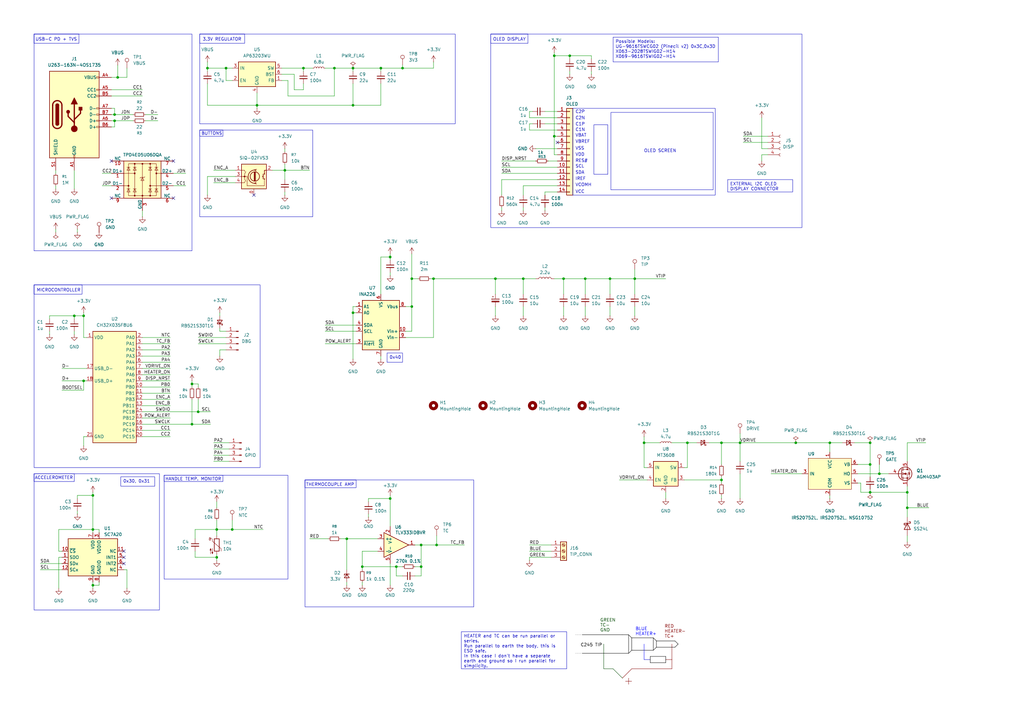
<source format=kicad_sch>
(kicad_sch
	(version 20250114)
	(generator "eeschema")
	(generator_version "9.0")
	(uuid "7095b018-eac3-4b01-b374-28e3216c4fd8")
	(paper "A3")
	
	(rectangle
		(start 13.97 194.31)
		(end 65.405 250.19)
		(stroke
			(width 0)
			(type default)
		)
		(fill
			(type none)
		)
		(uuid 25f66d05-38b5-4a17-99c1-8cad2c92cd3e)
	)
	(rectangle
		(start 13.97 13.97)
		(end 78.74 102.87)
		(stroke
			(width 0)
			(type default)
		)
		(fill
			(type none)
		)
		(uuid 34cfca7f-b72a-4261-a704-f33e6bc4b279)
	)
	(rectangle
		(start 13.97 194.31)
		(end 30.48 197.485)
		(stroke
			(width 0)
			(type default)
		)
		(fill
			(type none)
		)
		(uuid 37b1d202-d0af-4356-9cea-c5377ffdf5c6)
	)
	(rectangle
		(start 125.095 196.85)
		(end 146.05 200.025)
		(stroke
			(width 0)
			(type default)
		)
		(fill
			(type none)
		)
		(uuid 411456a7-808a-4a99-b2e7-4b00b0660778)
	)
	(rectangle
		(start 81.915 53.34)
		(end 91.44 55.88)
		(stroke
			(width 0)
			(type default)
		)
		(fill
			(type none)
		)
		(uuid 51756553-69aa-4f9f-a31a-a60fa2c78053)
	)
	(rectangle
		(start 13.97 116.84)
		(end 33.655 120.65)
		(stroke
			(width 0)
			(type default)
		)
		(fill
			(type none)
		)
		(uuid 7d5ee34c-3c30-4116-b034-575f8f5cbca0)
	)
	(rectangle
		(start 81.915 53.34)
		(end 128.27 88.9)
		(stroke
			(width 0)
			(type default)
		)
		(fill
			(type none)
		)
		(uuid 9c119ec4-7162-4594-9de4-9af2e8ac3469)
	)
	(rectangle
		(start 81.915 13.97)
		(end 100.33 17.78)
		(stroke
			(width 0)
			(type default)
		)
		(fill
			(type none)
		)
		(uuid 9d5c2b83-1ad1-4eb5-9c00-115d7cfbb819)
	)
	(rectangle
		(start 125.095 196.85)
		(end 194.31 248.92)
		(stroke
			(width 0)
			(type default)
		)
		(fill
			(type none)
		)
		(uuid a57dfd79-f7b7-44cf-be58-21e0757161fa)
	)
	(rectangle
		(start 13.97 116.84)
		(end 106.68 191.77)
		(stroke
			(width 0)
			(type default)
		)
		(fill
			(type none)
		)
		(uuid a66c837f-d550-4ad5-b67a-1a34b6eaed03)
	)
	(rectangle
		(start 250.571 46.101)
		(end 292.481 77.851)
		(stroke
			(width 0)
			(type default)
		)
		(fill
			(type none)
		)
		(uuid b323df54-646c-4c42-ac5d-c702f5da28df)
	)
	(rectangle
		(start 13.97 13.97)
		(end 32.385 17.78)
		(stroke
			(width 0)
			(type default)
		)
		(fill
			(type none)
		)
		(uuid b41c86f7-a703-4da7-9c7c-3d6f2dbdab0b)
	)
	(rectangle
		(start 67.31 194.945)
		(end 91.44 197.485)
		(stroke
			(width 0)
			(type default)
		)
		(fill
			(type none)
		)
		(uuid b798fff3-5d10-4e4c-948c-461a0845de52)
	)
	(rectangle
		(start 234.95 44.45)
		(end 293.37 80.01)
		(stroke
			(width 0)
			(type default)
		)
		(fill
			(type none)
		)
		(uuid c7ed09f4-c5b0-447c-8527-2fd1a9942fc7)
	)
	(rectangle
		(start 201.295 13.97)
		(end 328.93 93.345)
		(stroke
			(width 0)
			(type default)
		)
		(fill
			(type none)
		)
		(uuid c86b0301-7b25-4d55-b6bd-bf1af0f3ea13)
	)
	(rectangle
		(start 243.586 51.181)
		(end 249.301 71.501)
		(stroke
			(width 0)
			(type default)
		)
		(fill
			(type none)
		)
		(uuid cc173c2c-4802-4b85-8dc1-c0ed1e2586ae)
	)
	(rectangle
		(start 81.915 13.97)
		(end 186.69 50.8)
		(stroke
			(width 0)
			(type default)
		)
		(fill
			(type none)
		)
		(uuid d5e44070-3c31-4662-9265-15546dcb33a9)
	)
	(rectangle
		(start 67.31 194.945)
		(end 118.11 237.49)
		(stroke
			(width 0)
			(type default)
		)
		(fill
			(type none)
		)
		(uuid dc78faa3-7706-462b-aff1-ea2259b8957d)
	)
	(rectangle
		(start 201.295 13.97)
		(end 216.535 17.78)
		(stroke
			(width 0)
			(type default)
		)
		(fill
			(type none)
		)
		(uuid df873f2f-b2dc-4231-b391-da9722f3ee43)
	)
	(text "RED\nHEATER-\nTC+"
		(exclude_from_sim no)
		(at 272.542 259.08 0)
		(effects
			(font
				(size 1.27 1.27)
				(color 132 0 0 1)
			)
			(justify left)
		)
		(uuid "074f802c-7871-4a94-9d0f-a3c07209b08e")
	)
	(text "3.3V REGULATOR"
		(exclude_from_sim no)
		(at 83.058 16.256 0)
		(effects
			(font
				(size 1.27 1.27)
			)
			(justify left)
		)
		(uuid "270c64e9-acc9-4bdf-adf9-51e85a7cfae3")
	)
	(text "C2N"
		(exclude_from_sim no)
		(at 235.966 48.514 0)
		(effects
			(font
				(size 1.27 1.27)
			)
			(justify left)
		)
		(uuid "303735e4-f194-4e97-9ddd-7741146e5965")
	)
	(text "USB-C PD + TVS"
		(exclude_from_sim no)
		(at 14.478 16.256 0)
		(effects
			(font
				(size 1.27 1.27)
			)
			(justify left)
		)
		(uuid "3b53ae36-2320-46df-8526-8d2b0e4cd267")
	)
	(text "BUTTONS"
		(exclude_from_sim no)
		(at 82.55 54.864 0)
		(effects
			(font
				(size 1.27 1.27)
			)
			(justify left)
		)
		(uuid "4ff0d853-92f6-4f02-aa33-1f252be5ef75")
	)
	(text "SCL"
		(exclude_from_sim no)
		(at 235.966 68.326 0)
		(effects
			(font
				(size 1.27 1.27)
			)
			(justify left)
		)
		(uuid "63c62cf3-4266-478a-9f68-199034fe5d8b")
	)
	(text "RES#"
		(exclude_from_sim no)
		(at 235.966 66.04 0)
		(effects
			(font
				(size 1.27 1.27)
			)
			(justify left)
		)
		(uuid "6ce3c0b9-bb73-4f4d-8996-df06398c02e3")
	)
	(text "C1P"
		(exclude_from_sim no)
		(at 235.966 51.054 0)
		(effects
			(font
				(size 1.27 1.27)
			)
			(justify left)
		)
		(uuid "6d196f00-fda4-408a-b16f-63e268646b7a")
	)
	(text "ACCELEROMETER"
		(exclude_from_sim no)
		(at 22.098 196.088 0)
		(effects
			(font
				(size 1.27 1.27)
			)
		)
		(uuid "6d3cce01-49eb-4036-848c-880563d726ff")
	)
	(text "IREF"
		(exclude_from_sim no)
		(at 235.966 73.406 0)
		(effects
			(font
				(size 1.27 1.27)
			)
			(justify left)
		)
		(uuid "78269562-db7d-4f9c-9409-11de08793bfa")
	)
	(text "BLUE\nHEATER+"
		(exclude_from_sim no)
		(at 260.604 259.08 0)
		(effects
			(font
				(size 1.27 1.27)
				(color 0 0 255 1)
			)
			(justify left)
		)
		(uuid "7cd917a9-991f-405e-b4ad-1658a33b6480")
	)
	(text "C1N"
		(exclude_from_sim no)
		(at 235.966 53.34 0)
		(effects
			(font
				(size 1.27 1.27)
			)
			(justify left)
		)
		(uuid "86eaf89d-7735-48bc-8adf-2c6d7e1c9267")
	)
	(text "C2P"
		(exclude_from_sim no)
		(at 235.966 45.974 0)
		(effects
			(font
				(size 1.27 1.27)
			)
			(justify left)
		)
		(uuid "88767c22-62f5-491f-8191-e622ce50d549")
	)
	(text "VDD"
		(exclude_from_sim no)
		(at 235.966 63.5 0)
		(effects
			(font
				(size 1.27 1.27)
			)
			(justify left)
		)
		(uuid "98ea20d6-f789-4c9a-9d2d-ddf9c4e55ce3")
	)
	(text "HANDLE TEMP. MONITOR"
		(exclude_from_sim no)
		(at 79.248 196.596 0)
		(effects
			(font
				(size 1.27 1.27)
			)
		)
		(uuid "9cf9be48-0da6-4698-b802-905b4321ec7e")
	)
	(text "OLED SCREEN"
		(exclude_from_sim no)
		(at 270.764 61.976 0)
		(effects
			(font
				(size 1.27 1.27)
			)
		)
		(uuid "a7d4d929-dbaa-411d-a847-37e4617db2b8")
	)
	(text "VCC"
		(exclude_from_sim no)
		(at 235.966 78.74 0)
		(effects
			(font
				(size 1.27 1.27)
			)
			(justify left)
		)
		(uuid "c0b5be38-ee7a-4c62-b666-9455a24b9bdf")
	)
	(text "SDA"
		(exclude_from_sim no)
		(at 235.966 70.866 0)
		(effects
			(font
				(size 1.27 1.27)
			)
			(justify left)
		)
		(uuid "d1f23843-c159-4734-816f-e3ebdc7225d4")
	)
	(text "VBREF"
		(exclude_from_sim no)
		(at 235.966 58.166 0)
		(effects
			(font
				(size 1.27 1.27)
			)
			(justify left)
		)
		(uuid "dc92fbc2-eb7d-47ac-891e-6de1528c9506")
	)
	(text "OLED DISPLAY"
		(exclude_from_sim no)
		(at 202.184 16.256 0)
		(effects
			(font
				(size 1.27 1.27)
			)
			(justify left)
		)
		(uuid "e1182865-9cf6-484e-b369-4d8124243a24")
	)
	(text "VBAT"
		(exclude_from_sim no)
		(at 235.966 55.626 0)
		(effects
			(font
				(size 1.27 1.27)
			)
			(justify left)
		)
		(uuid "e5136794-6a5a-4728-b4d0-e47266a8ec2c")
	)
	(text "VSS"
		(exclude_from_sim no)
		(at 235.966 60.96 0)
		(effects
			(font
				(size 1.27 1.27)
			)
			(justify left)
		)
		(uuid "e5277a5c-1568-43ec-ab65-5c403a9ddad3")
	)
	(text "VCOMH"
		(exclude_from_sim no)
		(at 235.966 75.946 0)
		(effects
			(font
				(size 1.27 1.27)
			)
			(justify left)
		)
		(uuid "e677c7ab-e79d-4a1c-8a88-4a56ca5d6b79")
	)
	(text "THERMOCOUPLE AMP"
		(exclude_from_sim no)
		(at 135.382 198.882 0)
		(effects
			(font
				(size 1.27 1.27)
			)
		)
		(uuid "e865e2d4-df9a-47d7-8bc3-1d543675c813")
	)
	(text "MICROCONTROLLER"
		(exclude_from_sim no)
		(at 14.986 119.126 0)
		(effects
			(font
				(size 1.27 1.27)
			)
			(justify left)
		)
		(uuid "f4202bbd-17db-406a-9b6f-417fe43fdaab")
	)
	(text "C245 TIP"
		(exclude_from_sim no)
		(at 242.57 264.668 0)
		(effects
			(font
				(size 1.27 1.27)
				(color 0 0 0 1)
			)
		)
		(uuid "f5ebd9e6-7e85-4295-b1df-1fb1b0a60676")
	)
	(text "GREEN\nTC-\nGND"
		(exclude_from_sim no)
		(at 246.126 256.54 0)
		(effects
			(font
				(size 1.27 1.27)
				(color 0 72 0 1)
			)
			(justify left)
		)
		(uuid "fe22e110-b1c7-4e37-9dd2-ed4186183ab8")
	)
	(text_box "0x30, 0x31"
		(exclude_from_sim no)
		(at 49.53 195.58 0)
		(size 13.97 3.81)
		(margins 0.9525 0.9525 0.9525 0.9525)
		(stroke
			(width 0)
			(type solid)
		)
		(fill
			(type none)
		)
		(effects
			(font
				(size 1.27 1.27)
			)
			(justify left top)
		)
		(uuid "1c71f755-8c6a-46e5-9d91-8a816c1bdfae")
	)
	(text_box "EXTERNAL I2C OLED DISPLAY CONNECTOR"
		(exclude_from_sim no)
		(at 298.45 73.66 0)
		(size 26.67 5.08)
		(margins 0.9525 0.9525 0.9525 0.9525)
		(stroke
			(width 0)
			(type solid)
		)
		(fill
			(type none)
		)
		(effects
			(font
				(size 1.27 1.27)
			)
			(justify left top)
		)
		(uuid "4601eec6-3591-49d5-9b05-bbe6c60ab3cd")
	)
	(text_box "0x40"
		(exclude_from_sim no)
		(at 158.75 144.78 0)
		(size 6.35 3.81)
		(margins 0.9525 0.9525 0.9525 0.9525)
		(stroke
			(width 0)
			(type solid)
		)
		(fill
			(type none)
		)
		(effects
			(font
				(size 1.27 1.27)
			)
			(justify left top)
		)
		(uuid "9c02ec0f-e634-4a5d-8235-10e75e25b2f4")
	)
	(text_box "Possible Models:\nUG-9616TSWCG02 (Pinecil v2) 0x3C,0x3D\nX063-2028TSWIG02-H14\nX069-9616TSWIG02-H14"
		(exclude_from_sim no)
		(at 251.46 15.24 0)
		(size 43.18 10.16)
		(margins 0.9525 0.9525 0.9525 0.9525)
		(stroke
			(width 0)
			(type solid)
		)
		(fill
			(type none)
		)
		(effects
			(font
				(size 1.27 1.27)
			)
			(justify left top)
		)
		(uuid "aff1d92e-7948-41af-95d4-eec0b0d11729")
	)
	(text_box "HEATER and TC can be run parallel or series.\nRun parallel to earth the body, this is ESD safe.\nIn this case I don't have a separate earth and ground so I run parallel for simplicity."
		(exclude_from_sim no)
		(at 189.23 259.08 0)
		(size 43.18 15.24)
		(margins 0.9525 0.9525 0.9525 0.9525)
		(stroke
			(width 0)
			(type solid)
		)
		(fill
			(type none)
		)
		(effects
			(font
				(size 1.27 1.27)
			)
			(justify left top)
		)
		(uuid "f24e07f6-dab3-4874-a162-57756a4a0cb0")
	)
	(junction
		(at 326.39 181.61)
		(diameter 0)
		(color 0 0 0 0)
		(uuid "00837693-68bd-4254-8ab8-9c575bcd32d7")
	)
	(junction
		(at 81.28 168.91)
		(diameter 0)
		(color 0 0 0 0)
		(uuid "0376124e-fe7a-4814-987e-238a633a55c8")
	)
	(junction
		(at 179.07 223.52)
		(diameter 0)
		(color 0 0 0 0)
		(uuid "0628d189-e617-49e6-8e01-f0af2bfc08da")
	)
	(junction
		(at 281.94 181.61)
		(diameter 0)
		(color 0 0 0 0)
		(uuid "07d79252-3cfe-49d3-a697-b5180f951c75")
	)
	(junction
		(at 124.46 27.94)
		(diameter 0)
		(color 0 0 0 0)
		(uuid "0acd8611-5527-40f7-90a3-5c60d1adc1d0")
	)
	(junction
		(at 144.78 43.18)
		(diameter 0)
		(color 0 0 0 0)
		(uuid "22311b9f-04cf-44b4-b81a-9a2eee7d9814")
	)
	(junction
		(at 38.1 203.2)
		(diameter 0)
		(color 0 0 0 0)
		(uuid "223830ef-994b-458e-bef0-ec2a62ab1d6c")
	)
	(junction
		(at 356.87 201.93)
		(diameter 0)
		(color 0 0 0 0)
		(uuid "253e7a83-9b7c-4d4c-b8d1-7fbacce38609")
	)
	(junction
		(at 160.02 105.41)
		(diameter 0)
		(color 0 0 0 0)
		(uuid "2b9858fc-d565-4568-9ced-4f85b3261fac")
	)
	(junction
		(at 48.26 31.75)
		(diameter 0)
		(color 0 0 0 0)
		(uuid "2f314b8e-91bd-4e16-b2bc-2dca55d3cea3")
	)
	(junction
		(at 372.11 201.93)
		(diameter 0)
		(color 0 0 0 0)
		(uuid "3b65a788-4b4c-437e-96e5-165c51a854a4")
	)
	(junction
		(at 160.02 204.47)
		(diameter 0)
		(color 0 0 0 0)
		(uuid "3f9bcc33-18ad-48ec-8047-f514eddb9bd3")
	)
	(junction
		(at 95.25 217.17)
		(diameter 0)
		(color 0 0 0 0)
		(uuid "4002a57d-972e-46d6-a78f-15b2559a959f")
	)
	(junction
		(at 372.11 208.28)
		(diameter 0)
		(color 0 0 0 0)
		(uuid "40073d49-3f44-4af7-a787-657ab510a928")
	)
	(junction
		(at 340.36 181.61)
		(diameter 0)
		(color 0 0 0 0)
		(uuid "4022ea02-a839-4e77-8442-99daabad0cb4")
	)
	(junction
		(at 356.87 190.5)
		(diameter 0)
		(color 0 0 0 0)
		(uuid "45cd84fd-2fd0-4481-9f27-779c4e05a620")
	)
	(junction
		(at 148.59 232.41)
		(diameter 0)
		(color 0 0 0 0)
		(uuid "4793f579-9960-4fea-a983-16516b9a6a74")
	)
	(junction
		(at 30.48 129.54)
		(diameter 0)
		(color 0 0 0 0)
		(uuid "4a00e859-a3fe-467b-8ce9-def1b4a6bc1d")
	)
	(junction
		(at 264.16 181.61)
		(diameter 0)
		(color 0 0 0 0)
		(uuid "4c2788f8-2f3d-4c09-bf35-9265ddb84f5d")
	)
	(junction
		(at 137.16 27.94)
		(diameter 0)
		(color 0 0 0 0)
		(uuid "4e457d4d-37fd-4b51-a420-85ebb8dc04c5")
	)
	(junction
		(at 168.91 125.73)
		(diameter 0)
		(color 0 0 0 0)
		(uuid "51d47e0b-ff82-4d9a-812e-411a32b7bf19")
	)
	(junction
		(at 168.91 114.3)
		(diameter 0)
		(color 0 0 0 0)
		(uuid "52ff489f-9f01-453b-bd90-67ebcc43c015")
	)
	(junction
		(at 46.99 49.53)
		(diameter 0)
		(color 0 0 0 0)
		(uuid "5e8d1cf7-167e-4030-9f28-7c115ea5395b")
	)
	(junction
		(at 227.33 55.88)
		(diameter 0)
		(color 0 0 0 0)
		(uuid "5fbb3de9-86ee-49ad-a284-eb55f1cc692a")
	)
	(junction
		(at 360.68 194.31)
		(diameter 0)
		(color 0 0 0 0)
		(uuid "66c4d9ef-771e-41b1-986d-6915bd81ba87")
	)
	(junction
		(at 233.68 22.86)
		(diameter 0)
		(color 0 0 0 0)
		(uuid "73b54f8a-8892-4f5c-ad2f-0a2e6cc384c3")
	)
	(junction
		(at 34.29 129.54)
		(diameter 0)
		(color 0 0 0 0)
		(uuid "7463436f-e839-4ea2-a4bf-81f122061b20")
	)
	(junction
		(at 250.19 114.3)
		(diameter 0)
		(color 0 0 0 0)
		(uuid "74be8234-d464-4c0b-8cd5-92ab042ed197")
	)
	(junction
		(at 162.56 232.41)
		(diameter 0)
		(color 0 0 0 0)
		(uuid "77d052f3-f174-4ac4-b7f3-74fd8cd4f0e2")
	)
	(junction
		(at 144.78 128.27)
		(diameter 0)
		(color 0 0 0 0)
		(uuid "7a718757-763b-4e08-aad4-aaa4f9111b0a")
	)
	(junction
		(at 78.74 157.48)
		(diameter 0)
		(color 0 0 0 0)
		(uuid "81607e46-ed60-4e7b-900a-af756b50d9d4")
	)
	(junction
		(at 295.91 181.61)
		(diameter 0)
		(color 0 0 0 0)
		(uuid "81928cab-d290-47f7-99c7-9c8f417d4c4e")
	)
	(junction
		(at 260.35 114.3)
		(diameter 0)
		(color 0 0 0 0)
		(uuid "855762b6-ba6e-4668-b374-45a266a9df5c")
	)
	(junction
		(at 356.87 181.61)
		(diameter 0)
		(color 0 0 0 0)
		(uuid "866164ce-25ec-4289-a2cf-7099883dea86")
	)
	(junction
		(at 172.72 232.41)
		(diameter 0)
		(color 0 0 0 0)
		(uuid "879d8513-8c12-4c71-805b-cfd0566ce6a8")
	)
	(junction
		(at 34.29 156.21)
		(diameter 0)
		(color 0 0 0 0)
		(uuid "89bcf90e-9038-4def-8280-30d23811eeb8")
	)
	(junction
		(at 231.14 114.3)
		(diameter 0)
		(color 0 0 0 0)
		(uuid "8b64755e-064f-4e1f-acff-0c6da6bf1748")
	)
	(junction
		(at 227.33 22.86)
		(diameter 0)
		(color 0 0 0 0)
		(uuid "9531702c-c6a6-4297-8a10-64a5c6fc90b3")
	)
	(junction
		(at 214.63 114.3)
		(diameter 0)
		(color 0 0 0 0)
		(uuid "99470547-74e3-435a-aafe-b4ae68d1294d")
	)
	(junction
		(at 88.9 228.6)
		(diameter 0)
		(color 0 0 0 0)
		(uuid "9ba723fb-78b5-4d72-ae3c-94d59ceb7ba3")
	)
	(junction
		(at 172.72 223.52)
		(diameter 0)
		(color 0 0 0 0)
		(uuid "aff6f7cf-f995-4965-9b70-2f6e1afd3257")
	)
	(junction
		(at 203.2 114.3)
		(diameter 0)
		(color 0 0 0 0)
		(uuid "bd622f08-db3a-4046-921d-58baf4c7d1bc")
	)
	(junction
		(at 142.24 220.98)
		(diameter 0)
		(color 0 0 0 0)
		(uuid "be519101-b7e2-4e85-bc0c-866a0a6fdb77")
	)
	(junction
		(at 88.9 217.17)
		(diameter 0)
		(color 0 0 0 0)
		(uuid "c4f19431-f823-4a18-902b-e25529b1c304")
	)
	(junction
		(at 156.21 27.94)
		(diameter 0)
		(color 0 0 0 0)
		(uuid "caa23b1a-fb60-423d-84ed-a4ec6bda7dc1")
	)
	(junction
		(at 78.74 173.99)
		(diameter 0)
		(color 0 0 0 0)
		(uuid "cb369bbe-c983-4f03-86f5-9ab8b3b58edd")
	)
	(junction
		(at 116.84 69.85)
		(diameter 0)
		(color 0 0 0 0)
		(uuid "cbfb9910-a9c3-4d1d-beaf-ad4934f7e32e")
	)
	(junction
		(at 295.91 196.85)
		(diameter 0)
		(color 0 0 0 0)
		(uuid "cc109a5d-bdf8-421c-800f-f4fb1ea8fcea")
	)
	(junction
		(at 105.41 43.18)
		(diameter 0)
		(color 0 0 0 0)
		(uuid "d049456d-20ee-4308-a384-c295c5fb64a1")
	)
	(junction
		(at 38.1 240.03)
		(diameter 0)
		(color 0 0 0 0)
		(uuid "d3c0ec6c-e13a-496a-ad1c-ba60afc46b96")
	)
	(junction
		(at 46.99 46.99)
		(diameter 0)
		(color 0 0 0 0)
		(uuid "d3cb3929-1383-43bf-9aa0-8d6179547879")
	)
	(junction
		(at 144.78 27.94)
		(diameter 0)
		(color 0 0 0 0)
		(uuid "d5fd0359-f76b-4cc1-9ea5-8682bade4542")
	)
	(junction
		(at 165.1 27.94)
		(diameter 0)
		(color 0 0 0 0)
		(uuid "e1417cbc-3f5e-4fbf-9e5f-6dd5f49a833c")
	)
	(junction
		(at 38.1 217.17)
		(diameter 0)
		(color 0 0 0 0)
		(uuid "e18bde3c-0611-43e2-8458-23023e1703d3")
	)
	(junction
		(at 177.8 114.3)
		(diameter 0)
		(color 0 0 0 0)
		(uuid "e2f14e73-0508-430d-8056-4600df83ce56")
	)
	(junction
		(at 240.03 114.3)
		(diameter 0)
		(color 0 0 0 0)
		(uuid "e446b87b-dd2b-4e7f-9dbd-f1689a8c2a13")
	)
	(junction
		(at 303.53 181.61)
		(diameter 0)
		(color 0 0 0 0)
		(uuid "e5115188-7348-4d7f-9464-18609567d3fc")
	)
	(junction
		(at 92.71 27.94)
		(diameter 0)
		(color 0 0 0 0)
		(uuid "e80bc681-7695-43f3-a2bd-d411c7e86409")
	)
	(junction
		(at 85.09 27.94)
		(diameter 0)
		(color 0 0 0 0)
		(uuid "f1df4cab-d95d-4e21-b204-cc5686c3ccd2")
	)
	(no_connect
		(at 50.8 228.6)
		(uuid "12b81ef0-4fba-4b2f-98fa-a2180c0447e2")
	)
	(no_connect
		(at 50.8 231.14)
		(uuid "2b4977a8-0f21-4fec-84e4-4c603e997be4")
	)
	(no_connect
		(at 71.12 81.28)
		(uuid "46b4ccbc-24ab-4899-8505-9a1bc9336197")
	)
	(no_connect
		(at 45.72 66.04)
		(uuid "613b3790-5218-413f-a343-e26aa4ea4b95")
	)
	(no_connect
		(at 228.6 58.42)
		(uuid "8d801d13-32fe-4e34-8cc5-b8a86a497023")
	)
	(no_connect
		(at 45.72 81.28)
		(uuid "c9b41e3a-80a4-4410-be4c-91975e86700a")
	)
	(no_connect
		(at 104.14 80.01)
		(uuid "d8cbb7b8-f348-43ed-b12a-7c884625729d")
	)
	(no_connect
		(at 71.12 66.04)
		(uuid "e9fc4535-1911-4390-b5e2-c282d53c9319")
	)
	(no_connect
		(at 50.8 226.06)
		(uuid "eb0471e5-5852-410a-87ff-c81813b23343")
	)
	(wire
		(pts
			(xy 250.19 114.3) (xy 250.19 120.65)
		)
		(stroke
			(width 0)
			(type default)
		)
		(uuid "01019bf9-c94e-46c5-9440-886fbf1f7ac2")
	)
	(polyline
		(pts
			(xy 269.24 265.43) (xy 267.97 266.7)
		)
		(stroke
			(width 0)
			(type default)
			(color 0 0 0 1)
		)
		(uuid "026bb0ed-6072-40a3-95a7-f0b0e5bb9f80")
	)
	(wire
		(pts
			(xy 177.8 25.4) (xy 177.8 27.94)
		)
		(stroke
			(width 0)
			(type default)
		)
		(uuid "0280334b-627a-4233-a676-012a207d9298")
	)
	(wire
		(pts
			(xy 314.96 60.96) (xy 312.42 60.96)
		)
		(stroke
			(width 0)
			(type default)
		)
		(uuid "03842c5a-86c8-43a6-8e2e-a23b06776dce")
	)
	(wire
		(pts
			(xy 24.13 228.6) (xy 25.4 228.6)
		)
		(stroke
			(width 0)
			(type default)
		)
		(uuid "03f9526b-c252-4cea-a8ec-81306ff6df76")
	)
	(wire
		(pts
			(xy 41.91 76.2) (xy 45.72 76.2)
		)
		(stroke
			(width 0)
			(type default)
		)
		(uuid "057a48eb-9b1d-42a5-bf44-6985b9321748")
	)
	(wire
		(pts
			(xy 227.33 55.88) (xy 228.6 55.88)
		)
		(stroke
			(width 0)
			(type default)
		)
		(uuid "06a39b25-e5c0-48bf-8f66-6ff9e46efda7")
	)
	(polyline
		(pts
			(xy 275.59 270.51) (xy 273.05 270.51)
		)
		(stroke
			(width 0)
			(type solid)
			(color 132 0 0 1)
		)
		(uuid "07b98816-3d51-4f72-b198-7c04ddd02a60")
	)
	(wire
		(pts
			(xy 281.94 181.61) (xy 281.94 191.77)
		)
		(stroke
			(width 0)
			(type default)
		)
		(uuid "08ca60c2-d79a-4019-861d-7c88280594b9")
	)
	(wire
		(pts
			(xy 16.51 233.68) (xy 25.4 233.68)
		)
		(stroke
			(width 0)
			(type default)
		)
		(uuid "093a4bfc-aabd-4586-948a-1580d9afeffa")
	)
	(wire
		(pts
			(xy 45.72 36.83) (xy 58.42 36.83)
		)
		(stroke
			(width 0)
			(type default)
		)
		(uuid "098337dc-d67f-4f92-9e59-aa0530495823")
	)
	(wire
		(pts
			(xy 351.79 190.5) (xy 356.87 190.5)
		)
		(stroke
			(width 0)
			(type default)
		)
		(uuid "0991fc57-c77d-4d8b-a7f5-93559a71531e")
	)
	(wire
		(pts
			(xy 87.63 189.23) (xy 93.98 189.23)
		)
		(stroke
			(width 0)
			(type default)
		)
		(uuid "0b9dd952-cb79-4fd0-bb23-afa971cab4a1")
	)
	(wire
		(pts
			(xy 265.43 191.77) (xy 264.16 191.77)
		)
		(stroke
			(width 0)
			(type default)
		)
		(uuid "0bdd0dd3-1438-4145-a164-7482936ecc91")
	)
	(polyline
		(pts
			(xy 236.22 260.35) (xy 238.76 260.35)
		)
		(stroke
			(width 0)
			(type dot)
			(color 0 0 0 1)
		)
		(uuid "0bebbeb1-bed0-4084-8b40-7ac03a835cd7")
	)
	(wire
		(pts
			(xy 340.36 203.2) (xy 340.36 204.47)
		)
		(stroke
			(width 0)
			(type default)
		)
		(uuid "0c9fa1d8-a413-4dad-b1e6-53724d6877dc")
	)
	(wire
		(pts
			(xy 356.87 200.66) (xy 356.87 201.93)
		)
		(stroke
			(width 0)
			(type default)
		)
		(uuid "0d1d8e67-44be-4e93-8637-8b77df712344")
	)
	(wire
		(pts
			(xy 85.09 34.29) (xy 85.09 43.18)
		)
		(stroke
			(width 0)
			(type default)
		)
		(uuid "0d1da041-1604-484f-8588-64418e6780df")
	)
	(wire
		(pts
			(xy 264.16 179.07) (xy 264.16 181.61)
		)
		(stroke
			(width 0)
			(type default)
		)
		(uuid "0d6f32d5-98ad-41ed-b781-51035ba32ce2")
	)
	(polyline
		(pts
			(xy 266.7 269.24) (xy 266.7 271.78)
		)
		(stroke
			(width 0)
			(type solid)
			(color 0 0 0 1)
		)
		(uuid "0e087217-7caf-4ae9-80d3-cf5e99ccbd9c")
	)
	(wire
		(pts
			(xy 133.35 135.89) (xy 146.05 135.89)
		)
		(stroke
			(width 0)
			(type default)
		)
		(uuid "0e1505d5-48c5-405d-bd30-c6b5fe5cd7d7")
	)
	(wire
		(pts
			(xy 78.74 157.48) (xy 81.28 157.48)
		)
		(stroke
			(width 0)
			(type default)
		)
		(uuid "0e2e8ef7-9967-4f2a-a391-35d57131fb71")
	)
	(wire
		(pts
			(xy 80.01 217.17) (xy 88.9 217.17)
		)
		(stroke
			(width 0)
			(type default)
		)
		(uuid "0f8627da-dc1e-4504-acfc-120e3647c5b5")
	)
	(wire
		(pts
			(xy 214.63 85.09) (xy 214.63 86.36)
		)
		(stroke
			(width 0)
			(type default)
		)
		(uuid "0fdf5b0f-14a7-4ff5-aee8-91dcf3e80430")
	)
	(polyline
		(pts
			(xy 276.86 262.89) (xy 278.13 264.16)
		)
		(stroke
			(width 0)
			(type default)
			(color 0 0 0 1)
		)
		(uuid "0ffc5971-b130-492f-a7ea-ccd3781d517b")
	)
	(wire
		(pts
			(xy 303.53 189.23) (xy 303.53 181.61)
		)
		(stroke
			(width 0)
			(type default)
		)
		(uuid "1213dcc9-1528-4b78-b712-6cdbea454856")
	)
	(wire
		(pts
			(xy 148.59 232.41) (xy 148.59 226.06)
		)
		(stroke
			(width 0)
			(type default)
		)
		(uuid "12f02fb2-28a7-4766-ae13-424545151178")
	)
	(wire
		(pts
			(xy 314.96 63.5) (xy 312.42 63.5)
		)
		(stroke
			(width 0)
			(type default)
		)
		(uuid "135a5403-fc39-4e32-bdbe-f1bc6a7928ee")
	)
	(wire
		(pts
			(xy 148.59 232.41) (xy 162.56 232.41)
		)
		(stroke
			(width 0)
			(type default)
		)
		(uuid "13e7537a-edd6-43d5-8bb0-f6eb3d491016")
	)
	(wire
		(pts
			(xy 172.72 232.41) (xy 172.72 223.52)
		)
		(stroke
			(width 0)
			(type default)
		)
		(uuid "1427c6b1-5293-499b-9663-f54121cc8ca4")
	)
	(wire
		(pts
			(xy 58.42 146.05) (xy 69.85 146.05)
		)
		(stroke
			(width 0)
			(type default)
		)
		(uuid "152a5c54-b2a9-40eb-a43b-a0108b21647d")
	)
	(wire
		(pts
			(xy 87.63 69.85) (xy 96.52 69.85)
		)
		(stroke
			(width 0)
			(type default)
		)
		(uuid "15d75b7e-53c1-4b3b-bead-3e9845084cb1")
	)
	(wire
		(pts
			(xy 179.07 219.71) (xy 179.07 223.52)
		)
		(stroke
			(width 0)
			(type default)
		)
		(uuid "15df7bad-ee2a-4921-9d90-5b9bd5ed5bc2")
	)
	(wire
		(pts
			(xy 203.2 114.3) (xy 214.63 114.3)
		)
		(stroke
			(width 0)
			(type default)
		)
		(uuid "160924b9-71b2-497e-afa5-3fa032761b8c")
	)
	(wire
		(pts
			(xy 160.02 203.2) (xy 160.02 204.47)
		)
		(stroke
			(width 0)
			(type default)
		)
		(uuid "16a235b6-6479-41c3-934b-5990cd87fafe")
	)
	(wire
		(pts
			(xy 227.33 55.88) (xy 227.33 63.5)
		)
		(stroke
			(width 0)
			(type default)
		)
		(uuid "16a6ad92-1a6b-4d2b-93f1-5652f5947dbb")
	)
	(wire
		(pts
			(xy 45.72 52.07) (xy 46.99 52.07)
		)
		(stroke
			(width 0)
			(type default)
		)
		(uuid "18438b3a-827e-4972-b4d2-e39627126fd2")
	)
	(polyline
		(pts
			(xy 255.27 260.35) (xy 257.81 260.35)
		)
		(stroke
			(width 0)
			(type default)
			(color 0 0 0 1)
		)
		(uuid "185695dd-6d7c-4a99-817d-9d7e560e285b")
	)
	(wire
		(pts
			(xy 58.42 153.67) (xy 69.85 153.67)
		)
		(stroke
			(width 0)
			(type default)
		)
		(uuid "185cc638-609c-4acf-9a83-434d47f9bece")
	)
	(wire
		(pts
			(xy 303.53 181.61) (xy 295.91 181.61)
		)
		(stroke
			(width 0)
			(type default)
		)
		(uuid "18853170-98c0-4142-a886-9b88272679cd")
	)
	(wire
		(pts
			(xy 264.16 191.77) (xy 264.16 181.61)
		)
		(stroke
			(width 0)
			(type default)
		)
		(uuid "19c2bb4e-b6a2-428b-b46d-e50a0b5d9ad9")
	)
	(wire
		(pts
			(xy 90.17 135.89) (xy 92.71 135.89)
		)
		(stroke
			(width 0)
			(type default)
		)
		(uuid "1b5db70b-c75a-47b9-9005-1a033afb345d")
	)
	(wire
		(pts
			(xy 356.87 201.93) (xy 372.11 201.93)
		)
		(stroke
			(width 0)
			(type default)
		)
		(uuid "1b77d230-b149-4ebc-9500-892f807d9feb")
	)
	(wire
		(pts
			(xy 80.01 228.6) (xy 80.01 226.06)
		)
		(stroke
			(width 0)
			(type default)
		)
		(uuid "1b9cd177-a46a-4a5a-81a3-e55bb87811dd")
	)
	(polyline
		(pts
			(xy 264.16 264.16) (xy 264.16 270.51)
		)
		(stroke
			(width 0)
			(type solid)
			(color 0 0 255 1)
		)
		(uuid "1ba11ea6-79fc-470e-8095-8fd6d151a60b")
	)
	(wire
		(pts
			(xy 24.13 226.06) (xy 24.13 217.17)
		)
		(stroke
			(width 0)
			(type default)
		)
		(uuid "1c166601-d1f1-4dcf-81f6-af70e0a8c0df")
	)
	(wire
		(pts
			(xy 58.42 166.37) (xy 69.85 166.37)
		)
		(stroke
			(width 0)
			(type default)
		)
		(uuid "1c31a3a0-71be-4869-aecb-fe7720f70370")
	)
	(wire
		(pts
			(xy 214.63 125.73) (xy 214.63 129.54)
		)
		(stroke
			(width 0)
			(type default)
		)
		(uuid "1cdb49d6-e828-4a8b-a2bc-2a9374af56ed")
	)
	(polyline
		(pts
			(xy 247.65 264.16) (xy 247.65 274.32)
		)
		(stroke
			(width 0)
			(type solid)
			(color 0 72 0 1)
		)
		(uuid "1d759bc9-3b87-4396-975b-76eb784a4ee5")
	)
	(wire
		(pts
			(xy 214.63 114.3) (xy 219.71 114.3)
		)
		(stroke
			(width 0)
			(type default)
		)
		(uuid "1d9c458a-8492-41ed-a2aa-d735f07b95cf")
	)
	(wire
		(pts
			(xy 95.25 27.94) (xy 92.71 27.94)
		)
		(stroke
			(width 0)
			(type default)
		)
		(uuid "202f5003-0a48-4fcb-962b-eb5d0b2eea8c")
	)
	(wire
		(pts
			(xy 214.63 114.3) (xy 214.63 120.65)
		)
		(stroke
			(width 0)
			(type default)
		)
		(uuid "21e02397-be46-4ce1-86f0-c87b0ef9b9f7")
	)
	(wire
		(pts
			(xy 105.41 43.18) (xy 144.78 43.18)
		)
		(stroke
			(width 0)
			(type default)
		)
		(uuid "228d2b28-0e5e-4a0f-9a64-60ca034456d5")
	)
	(wire
		(pts
			(xy 22.86 69.85) (xy 22.86 71.12)
		)
		(stroke
			(width 0)
			(type default)
		)
		(uuid "22ceb097-bc74-4764-aecd-0b980944d711")
	)
	(wire
		(pts
			(xy 144.78 125.73) (xy 144.78 128.27)
		)
		(stroke
			(width 0)
			(type default)
		)
		(uuid "24fe0135-b756-433b-bdcc-2148b0ebafa5")
	)
	(wire
		(pts
			(xy 165.1 236.22) (xy 162.56 236.22)
		)
		(stroke
			(width 0)
			(type default)
		)
		(uuid "28f9a714-ce47-4a87-9eba-39a2e1e51e21")
	)
	(wire
		(pts
			(xy 137.16 39.37) (xy 118.11 39.37)
		)
		(stroke
			(width 0)
			(type default)
		)
		(uuid "296133f5-2a32-47e9-994c-67f3c4c032fa")
	)
	(polyline
		(pts
			(xy 275.59 264.16) (xy 275.59 270.51)
		)
		(stroke
			(width 0)
			(type solid)
			(color 132 0 0 1)
		)
		(uuid "2986f712-090f-47d7-9d1c-d91842ebf259")
	)
	(wire
		(pts
			(xy 46.99 44.45) (xy 46.99 46.99)
		)
		(stroke
			(width 0)
			(type default)
		)
		(uuid "2b6c7f04-a093-4524-90eb-496f9f787527")
	)
	(polyline
		(pts
			(xy 273.05 270.51) (xy 273.05 269.24)
		)
		(stroke
			(width 0)
			(type solid)
			(color 0 0 0 1)
		)
		(uuid "2c47bba1-b584-4271-bdfb-c24c01ea95ec")
	)
	(wire
		(pts
			(xy 168.91 135.89) (xy 168.91 125.73)
		)
		(stroke
			(width 0)
			(type default)
		)
		(uuid "2c54bbfb-f127-4130-bf7e-20082ec4d606")
	)
	(wire
		(pts
			(xy 205.74 73.66) (xy 205.74 80.01)
		)
		(stroke
			(width 0)
			(type default)
		)
		(uuid "2c6750b6-74c7-4d32-8f14-8af4353a5366")
	)
	(wire
		(pts
			(xy 105.41 43.18) (xy 105.41 44.45)
		)
		(stroke
			(width 0)
			(type default)
		)
		(uuid "2caf9a90-c3fc-4061-b393-2a0dec203c07")
	)
	(wire
		(pts
			(xy 165.1 27.94) (xy 156.21 27.94)
		)
		(stroke
			(width 0)
			(type default)
		)
		(uuid "2d187708-14d1-4b14-97da-655569780a1e")
	)
	(wire
		(pts
			(xy 52.07 27.94) (xy 52.07 31.75)
		)
		(stroke
			(width 0)
			(type default)
		)
		(uuid "2df3d32d-311c-47e3-a442-3ee8979c7d9e")
	)
	(wire
		(pts
			(xy 144.78 43.18) (xy 156.21 43.18)
		)
		(stroke
			(width 0)
			(type default)
		)
		(uuid "2e8bc53e-95b2-4423-886b-bfb2eecd08b4")
	)
	(wire
		(pts
			(xy 45.72 31.75) (xy 48.26 31.75)
		)
		(stroke
			(width 0)
			(type default)
		)
		(uuid "2f68ac55-2ae3-4fdc-bcfb-21f448f1abfc")
	)
	(wire
		(pts
			(xy 88.9 217.17) (xy 95.25 217.17)
		)
		(stroke
			(width 0)
			(type default)
		)
		(uuid "2f7c8f4f-5718-4ee6-b598-55a2c858af33")
	)
	(wire
		(pts
			(xy 166.37 135.89) (xy 168.91 135.89)
		)
		(stroke
			(width 0)
			(type default)
		)
		(uuid "2fa27b4d-8b9b-403b-8454-e0568be41ed9")
	)
	(wire
		(pts
			(xy 38.1 201.93) (xy 38.1 203.2)
		)
		(stroke
			(width 0)
			(type default)
		)
		(uuid "2ff8f590-a0dd-4986-b523-e06c9b3827a0")
	)
	(polyline
		(pts
			(xy 259.08 261.62) (xy 259.08 266.7)
		)
		(stroke
			(width 0)
			(type default)
			(color 0 0 0 1)
		)
		(uuid "2ffefb90-6206-45ca-b57b-84bd29cfce39")
	)
	(wire
		(pts
			(xy 303.53 181.61) (xy 326.39 181.61)
		)
		(stroke
			(width 0)
			(type default)
		)
		(uuid "30582172-f069-4a5c-98a5-78a219f57280")
	)
	(polyline
		(pts
			(xy 266.7 261.62) (xy 267.97 261.62)
		)
		(stroke
			(width 0)
			(type default)
			(color 0 0 0 1)
		)
		(uuid "30fd122b-5121-4a83-88df-f8bbacf354a5")
	)
	(wire
		(pts
			(xy 360.68 190.5) (xy 360.68 194.31)
		)
		(stroke
			(width 0)
			(type default)
		)
		(uuid "319832c8-88e9-49b7-9f52-f03223444310")
	)
	(wire
		(pts
			(xy 58.42 179.07) (xy 69.85 179.07)
		)
		(stroke
			(width 0)
			(type default)
		)
		(uuid "31a5a27a-16db-4a49-a5fb-95805556c18e")
	)
	(wire
		(pts
			(xy 146.05 128.27) (xy 144.78 128.27)
		)
		(stroke
			(width 0)
			(type default)
		)
		(uuid "31f252ab-73a3-4779-8d41-a323f96c5a55")
	)
	(wire
		(pts
			(xy 124.46 36.83) (xy 120.65 36.83)
		)
		(stroke
			(width 0)
			(type default)
		)
		(uuid "326fcbeb-6568-414a-bae2-3482d5ca26c6")
	)
	(wire
		(pts
			(xy 168.91 114.3) (xy 171.45 114.3)
		)
		(stroke
			(width 0)
			(type default)
		)
		(uuid "333015d3-5f39-4099-b71e-407bd25aa299")
	)
	(wire
		(pts
			(xy 31.75 204.47) (xy 31.75 203.2)
		)
		(stroke
			(width 0)
			(type default)
		)
		(uuid "34170387-03a3-4d7d-9f6a-9db512b2f47f")
	)
	(wire
		(pts
			(xy 38.1 203.2) (xy 38.1 217.17)
		)
		(stroke
			(width 0)
			(type default)
		)
		(uuid "35471a9a-1159-4acb-bd51-1f7248a7d096")
	)
	(wire
		(pts
			(xy 92.71 27.94) (xy 85.09 27.94)
		)
		(stroke
			(width 0)
			(type default)
		)
		(uuid "35fc1e6c-2319-48d6-b1ef-3f4c892dc210")
	)
	(wire
		(pts
			(xy 142.24 220.98) (xy 154.94 220.98)
		)
		(stroke
			(width 0)
			(type default)
		)
		(uuid "36f53756-61b8-4225-b3bf-fa4d238d3b1c")
	)
	(wire
		(pts
			(xy 34.29 129.54) (xy 34.29 138.43)
		)
		(stroke
			(width 0)
			(type default)
		)
		(uuid "37760e84-34f3-4903-8420-24fbe82cc7d6")
	)
	(polyline
		(pts
			(xy 257.81 275.59) (xy 255.27 278.13)
		)
		(stroke
			(width 0)
			(type solid)
			(color 132 0 0 1)
		)
		(uuid "37ebe191-502b-4008-ade9-750ab2ba02d7")
	)
	(wire
		(pts
			(xy 85.09 27.94) (xy 85.09 29.21)
		)
		(stroke
			(width 0)
			(type default)
		)
		(uuid "3855a61f-666e-4706-aff6-2793b5d48fb3")
	)
	(wire
		(pts
			(xy 58.42 86.36) (xy 58.42 88.9)
		)
		(stroke
			(width 0)
			(type default)
		)
		(uuid "3884bd08-970a-4525-a7ae-3d118eacfc46")
	)
	(wire
		(pts
			(xy 146.05 125.73) (xy 144.78 125.73)
		)
		(stroke
			(width 0)
			(type default)
		)
		(uuid "39f068f3-2047-4c72-80dc-020c555ed629")
	)
	(wire
		(pts
			(xy 156.21 29.21) (xy 156.21 27.94)
		)
		(stroke
			(width 0)
			(type default)
		)
		(uuid "3be291d1-3abb-48c6-8d25-0c043a9fcb68")
	)
	(wire
		(pts
			(xy 228.6 53.34) (xy 217.17 53.34)
		)
		(stroke
			(width 0)
			(type default)
		)
		(uuid "3cc74a2e-0fe8-421a-b5ee-daa8e8b3a712")
	)
	(wire
		(pts
			(xy 81.28 158.75) (xy 81.28 157.48)
		)
		(stroke
			(width 0)
			(type default)
		)
		(uuid "3e0b80ea-981d-44ea-98ef-2a7e6f6c8ed9")
	)
	(wire
		(pts
			(xy 224.79 66.04) (xy 228.6 66.04)
		)
		(stroke
			(width 0)
			(type default)
		)
		(uuid "3e7e3e9e-2270-4d22-887c-ad05a3264519")
	)
	(wire
		(pts
			(xy 304.8 55.88) (xy 314.96 55.88)
		)
		(stroke
			(width 0)
			(type default)
		)
		(uuid "3f07dcbe-05e3-41ff-be16-8ec7f5d053da")
	)
	(wire
		(pts
			(xy 59.69 49.53) (xy 64.77 49.53)
		)
		(stroke
			(width 0)
			(type default)
		)
		(uuid "3fb95421-59f4-497f-8b94-8962c1179ed1")
	)
	(wire
		(pts
			(xy 20.32 129.54) (xy 30.48 129.54)
		)
		(stroke
			(width 0)
			(type default)
		)
		(uuid "40920f53-5818-408c-bc37-08872dc5c2db")
	)
	(wire
		(pts
			(xy 240.03 114.3) (xy 250.19 114.3)
		)
		(stroke
			(width 0)
			(type default)
		)
		(uuid "40a99504-58e3-4348-9507-ca226b6e34ba")
	)
	(wire
		(pts
			(xy 52.07 233.68) (xy 52.07 241.3)
		)
		(stroke
			(width 0)
			(type default)
		)
		(uuid "40b028e4-52bf-4d41-b4ef-331b7c9a978e")
	)
	(wire
		(pts
			(xy 142.24 238.76) (xy 142.24 240.03)
		)
		(stroke
			(width 0)
			(type default)
		)
		(uuid "43271041-c5c8-412c-bfdd-5618a8d6f936")
	)
	(wire
		(pts
			(xy 50.8 233.68) (xy 52.07 233.68)
		)
		(stroke
			(width 0)
			(type default)
		)
		(uuid "435771e7-7406-4d64-854d-386effbd573f")
	)
	(wire
		(pts
			(xy 350.52 181.61) (xy 356.87 181.61)
		)
		(stroke
			(width 0)
			(type default)
		)
		(uuid "43bc359c-fbc5-42f0-9eb9-e197be54c3b7")
	)
	(wire
		(pts
			(xy 203.2 125.73) (xy 203.2 129.54)
		)
		(stroke
			(width 0)
			(type default)
		)
		(uuid "441ff4a3-f859-423e-b7b8-38e180e5fb28")
	)
	(wire
		(pts
			(xy 45.72 39.37) (xy 58.42 39.37)
		)
		(stroke
			(width 0)
			(type default)
		)
		(uuid "44f9df40-5b32-48e7-b548-a32438cf0dfd")
	)
	(wire
		(pts
			(xy 85.09 43.18) (xy 105.41 43.18)
		)
		(stroke
			(width 0)
			(type default)
		)
		(uuid "4565d69f-09cb-47a5-b4c9-ecffd44c036a")
	)
	(wire
		(pts
			(xy 233.68 29.21) (xy 233.68 30.48)
		)
		(stroke
			(width 0)
			(type default)
		)
		(uuid "46dd8646-50ac-4ac6-9c60-c9a27d511d5f")
	)
	(wire
		(pts
			(xy 46.99 46.99) (xy 54.61 46.99)
		)
		(stroke
			(width 0)
			(type default)
		)
		(uuid "477f52c3-2d50-4858-b854-31927f0e8c86")
	)
	(wire
		(pts
			(xy 254 196.85) (xy 265.43 196.85)
		)
		(stroke
			(width 0)
			(type default)
		)
		(uuid "49f27579-6d42-4b75-821c-07e9cd3dd8c3")
	)
	(wire
		(pts
			(xy 58.42 168.91) (xy 81.28 168.91)
		)
		(stroke
			(width 0)
			(type default)
		)
		(uuid "4b4a165d-6c8d-46da-937d-81a3f22e7c24")
	)
	(wire
		(pts
			(xy 223.52 78.74) (xy 223.52 80.01)
		)
		(stroke
			(width 0)
			(type default)
		)
		(uuid "4be25685-095f-4656-b86d-69637547dd3b")
	)
	(wire
		(pts
			(xy 87.63 184.15) (xy 93.98 184.15)
		)
		(stroke
			(width 0)
			(type default)
		)
		(uuid "4df040de-03fb-417a-a907-eaf23c8c0153")
	)
	(wire
		(pts
			(xy 118.11 33.02) (xy 115.57 33.02)
		)
		(stroke
			(width 0)
			(type default)
		)
		(uuid "4f4b934f-7d9e-412b-a153-41f1a475441a")
	)
	(wire
		(pts
			(xy 356.87 195.58) (xy 356.87 190.5)
		)
		(stroke
			(width 0)
			(type default)
		)
		(uuid "50105f6a-2056-4e3f-82d2-91660983096a")
	)
	(wire
		(pts
			(xy 156.21 34.29) (xy 156.21 43.18)
		)
		(stroke
			(width 0)
			(type default)
		)
		(uuid "507295aa-769d-4e4c-bb64-5cef23014ec1")
	)
	(wire
		(pts
			(xy 233.68 22.86) (xy 242.57 22.86)
		)
		(stroke
			(width 0)
			(type default)
		)
		(uuid "50f5870c-dfc9-4c5e-8373-f3177df46256")
	)
	(wire
		(pts
			(xy 139.7 220.98) (xy 142.24 220.98)
		)
		(stroke
			(width 0)
			(type default)
		)
		(uuid "526aab1b-2e86-46aa-a2ed-11f7074eac6c")
	)
	(wire
		(pts
			(xy 162.56 236.22) (xy 162.56 232.41)
		)
		(stroke
			(width 0)
			(type default)
		)
		(uuid "52b05445-eba3-468e-a8e4-7f5fee37bfa3")
	)
	(wire
		(pts
			(xy 156.21 146.05) (xy 156.21 147.32)
		)
		(stroke
			(width 0)
			(type default)
		)
		(uuid "538fbbec-8560-4e06-996c-abb855275aeb")
	)
	(wire
		(pts
			(xy 205.74 66.04) (xy 219.71 66.04)
		)
		(stroke
			(width 0)
			(type default)
		)
		(uuid "540bbf13-80aa-48fb-9f7d-839a09a5e5d1")
	)
	(wire
		(pts
			(xy 228.6 73.66) (xy 205.74 73.66)
		)
		(stroke
			(width 0)
			(type default)
		)
		(uuid "5441edd1-fe7e-4fc1-8c5a-7afde3fde38f")
	)
	(wire
		(pts
			(xy 176.53 114.3) (xy 177.8 114.3)
		)
		(stroke
			(width 0)
			(type default)
		)
		(uuid "54ad223e-c71b-46e2-9caa-0c4be00d5aa6")
	)
	(wire
		(pts
			(xy 217.17 53.34) (xy 217.17 50.8)
		)
		(stroke
			(width 0)
			(type default)
		)
		(uuid "55888b6b-83fa-452a-ac63-f7c4165439be")
	)
	(wire
		(pts
			(xy 40.64 217.17) (xy 38.1 217.17)
		)
		(stroke
			(width 0)
			(type default)
		)
		(uuid "56c01bcc-786b-47f7-8417-e078665f707d")
	)
	(wire
		(pts
			(xy 45.72 49.53) (xy 46.99 49.53)
		)
		(stroke
			(width 0)
			(type default)
		)
		(uuid "58311d62-5209-4668-8c0a-0688eaefff65")
	)
	(wire
		(pts
			(xy 280.67 191.77) (xy 281.94 191.77)
		)
		(stroke
			(width 0)
			(type default)
		)
		(uuid "58f700b7-37c3-4310-b500-1cda82d09e21")
	)
	(wire
		(pts
			(xy 78.74 173.99) (xy 86.36 173.99)
		)
		(stroke
			(width 0)
			(type default)
		)
		(uuid "58fb1b17-d555-4729-889e-8c7151b03c6b")
	)
	(wire
		(pts
			(xy 90.17 134.62) (xy 90.17 135.89)
		)
		(stroke
			(width 0)
			(type default)
		)
		(uuid "5901917b-5e24-494f-95e5-da8316175cef")
	)
	(wire
		(pts
			(xy 88.9 213.36) (xy 88.9 217.17)
		)
		(stroke
			(width 0)
			(type default)
		)
		(uuid "5a3922d9-3d11-4830-a9ff-b85b38ae2a3e")
	)
	(wire
		(pts
			(xy 172.72 223.52) (xy 170.18 223.52)
		)
		(stroke
			(width 0)
			(type default)
		)
		(uuid "5bc55678-cc1b-41c6-993b-a76fa6e6464d")
	)
	(wire
		(pts
			(xy 78.74 163.83) (xy 78.74 173.99)
		)
		(stroke
			(width 0)
			(type default)
		)
		(uuid "5bd12bca-db6a-4a52-915d-91f8b9bdf35c")
	)
	(wire
		(pts
			(xy 58.42 151.13) (xy 69.85 151.13)
		)
		(stroke
			(width 0)
			(type default)
		)
		(uuid "5c1e8120-e4de-4d75-9341-62a75d8b27c3")
	)
	(polyline
		(pts
			(xy 256.54 279.4) (xy 259.08 279.4)
		)
		(stroke
			(width 0)
			(type solid)
			(color 132 0 0 1)
		)
		(uuid "5d7ceb27-03b2-45e1-b362-398a759c5376")
	)
	(wire
		(pts
			(xy 116.84 69.85) (xy 127 69.85)
		)
		(stroke
			(width 0)
			(type default)
		)
		(uuid "5e03bf3a-c59e-4898-85ee-e53976447119")
	)
	(wire
		(pts
			(xy 31.75 210.82) (xy 31.75 209.55)
		)
		(stroke
			(width 0)
			(type default)
		)
		(uuid "5e2073e8-74bc-4c16-ab3f-14cc657e4caf")
	)
	(wire
		(pts
			(xy 31.75 93.98) (xy 31.75 95.25)
		)
		(stroke
			(width 0)
			(type default)
		)
		(uuid "5fc7002c-30aa-4fce-b12e-77acff85c4d9")
	)
	(wire
		(pts
			(xy 133.35 140.97) (xy 146.05 140.97)
		)
		(stroke
			(width 0)
			(type default)
		)
		(uuid "608acfce-b2c2-41f1-9dfb-c5e97689166b")
	)
	(wire
		(pts
			(xy 30.48 69.85) (xy 30.48 77.47)
		)
		(stroke
			(width 0)
			(type default)
		)
		(uuid "60ebfe2a-283b-49d8-a3ea-22439dc77e00")
	)
	(wire
		(pts
			(xy 85.09 72.39) (xy 85.09 80.01)
		)
		(stroke
			(width 0)
			(type default)
		)
		(uuid "60f900e6-87c2-479a-904e-f71e35757fbe")
	)
	(wire
		(pts
			(xy 118.11 39.37) (xy 118.11 33.02)
		)
		(stroke
			(width 0)
			(type default)
		)
		(uuid "61200c40-d0fe-4545-9bab-84dfe13b8dc8")
	)
	(wire
		(pts
			(xy 16.51 231.14) (xy 25.4 231.14)
		)
		(stroke
			(width 0)
			(type default)
		)
		(uuid "614acc5a-4cf6-4c10-a747-b1df3dda8ff6")
	)
	(wire
		(pts
			(xy 304.8 58.42) (xy 314.96 58.42)
		)
		(stroke
			(width 0)
			(type default)
		)
		(uuid "6165d136-9108-4db3-b513-83193b2dfb5a")
	)
	(wire
		(pts
			(xy 165.1 232.41) (xy 162.56 232.41)
		)
		(stroke
			(width 0)
			(type default)
		)
		(uuid "61f8d715-a3cd-4601-8d26-cb542f53ba57")
	)
	(wire
		(pts
			(xy 81.28 168.91) (xy 86.36 168.91)
		)
		(stroke
			(width 0)
			(type default)
		)
		(uuid "62306eb0-07e1-4428-a61f-9f92776b885b")
	)
	(wire
		(pts
			(xy 312.42 48.26) (xy 312.42 60.96)
		)
		(stroke
			(width 0)
			(type default)
		)
		(uuid "63330be7-4f81-4d63-a1d0-eea4bce048f0")
	)
	(wire
		(pts
			(xy 58.42 163.83) (xy 69.85 163.83)
		)
		(stroke
			(width 0)
			(type default)
		)
		(uuid "642d3b9f-9732-4877-9fa9-a9ab8e68b763")
	)
	(wire
		(pts
			(xy 88.9 217.17) (xy 88.9 219.71)
		)
		(stroke
			(width 0)
			(type default)
		)
		(uuid "64d3d207-db7e-4856-a751-f068e5cf3811")
	)
	(wire
		(pts
			(xy 372.11 181.61) (xy 379.73 181.61)
		)
		(stroke
			(width 0)
			(type default)
		)
		(uuid "6619eb20-c745-47e4-a15f-9e83bc728cd6")
	)
	(wire
		(pts
			(xy 166.37 138.43) (xy 177.8 138.43)
		)
		(stroke
			(width 0)
			(type default)
		)
		(uuid "6622a6a7-1ac5-4e34-bb59-5e6bff15cfbb")
	)
	(wire
		(pts
			(xy 30.48 129.54) (xy 34.29 129.54)
		)
		(stroke
			(width 0)
			(type default)
		)
		(uuid "671acd07-7133-4d26-be93-462c70885ce2")
	)
	(wire
		(pts
			(xy 250.19 114.3) (xy 260.35 114.3)
		)
		(stroke
			(width 0)
			(type default)
		)
		(uuid "679232cf-780c-441e-9236-30bf85b52205")
	)
	(polyline
		(pts
			(xy 259.08 266.7) (xy 267.97 266.7)
		)
		(stroke
			(width 0)
			(type default)
			(color 0 0 0 1)
		)
		(uuid "67e20805-8c7b-4c36-8572-cfbec29bb0e7")
	)
	(wire
		(pts
			(xy 24.13 217.17) (xy 38.1 217.17)
		)
		(stroke
			(width 0)
			(type default)
		)
		(uuid "686912c6-f978-42ba-ae6f-51830c2c2afa")
	)
	(wire
		(pts
			(xy 127 220.98) (xy 134.62 220.98)
		)
		(stroke
			(width 0)
			(type default)
		)
		(uuid "6877e51c-f850-4d92-8c67-038d3df6cb8e")
	)
	(wire
		(pts
			(xy 170.18 232.41) (xy 172.72 232.41)
		)
		(stroke
			(width 0)
			(type default)
		)
		(uuid "68a50ccc-1d89-40bb-8a14-99387f9c146f")
	)
	(wire
		(pts
			(xy 240.03 114.3) (xy 240.03 120.65)
		)
		(stroke
			(width 0)
			(type default)
		)
		(uuid "69fa5584-047a-43a9-9f64-0f19385eeb4b")
	)
	(wire
		(pts
			(xy 170.18 236.22) (xy 172.72 236.22)
		)
		(stroke
			(width 0)
			(type default)
		)
		(uuid "6ab9b9bb-4e97-4ed2-ba2d-d26db0add8fe")
	)
	(wire
		(pts
			(xy 124.46 27.94) (xy 124.46 29.21)
		)
		(stroke
			(width 0)
			(type default)
		)
		(uuid "6b2cc09f-85f9-44c3-90b1-d76f6aea9e17")
	)
	(wire
		(pts
			(xy 58.42 161.29) (xy 69.85 161.29)
		)
		(stroke
			(width 0)
			(type default)
		)
		(uuid "6b7860e6-c1b4-4006-9bda-be6baf859e32")
	)
	(polyline
		(pts
			(xy 251.46 274.32) (xy 255.27 278.13)
		)
		(stroke
			(width 0)
			(type solid)
			(color 0 72 0 1)
		)
		(uuid "6b79f3ba-ca06-4eda-abdf-dba2c7cc97af")
	)
	(wire
		(pts
			(xy 58.42 171.45) (xy 69.85 171.45)
		)
		(stroke
			(width 0)
			(type default)
		)
		(uuid "6b9d9d85-eeef-4795-aba7-fcca2f44985a")
	)
	(wire
		(pts
			(xy 52.07 31.75) (xy 48.26 31.75)
		)
		(stroke
			(width 0)
			(type default)
		)
		(uuid "6ba4b8eb-f9aa-4b92-ae56-02bc476ba506")
	)
	(wire
		(pts
			(xy 58.42 140.97) (xy 69.85 140.97)
		)
		(stroke
			(width 0)
			(type default)
		)
		(uuid "6dcab80a-9bc0-48f6-9e43-95a0db1fa832")
	)
	(wire
		(pts
			(xy 81.28 163.83) (xy 81.28 168.91)
		)
		(stroke
			(width 0)
			(type default)
		)
		(uuid "6e3afe4c-64af-49c5-b0d5-6c69b34e836e")
	)
	(wire
		(pts
			(xy 71.12 71.12) (xy 76.2 71.12)
		)
		(stroke
			(width 0)
			(type default)
		)
		(uuid "6e8184e3-feb1-4a07-9950-4b7fed300aa3")
	)
	(wire
		(pts
			(xy 275.59 181.61) (xy 281.94 181.61)
		)
		(stroke
			(width 0)
			(type default)
		)
		(uuid "6ebecb53-0e69-43e1-ade9-d92d54eb191b")
	)
	(wire
		(pts
			(xy 38.1 240.03) (xy 40.64 240.03)
		)
		(stroke
			(width 0)
			(type default)
		)
		(uuid "6f7c7049-27c4-4d37-8f0f-bf8db1973b0c")
	)
	(wire
		(pts
			(xy 38.1 238.76) (xy 38.1 240.03)
		)
		(stroke
			(width 0)
			(type default)
		)
		(uuid "6fe4d7ed-c537-4a7b-9044-0f1e36bf3f61")
	)
	(wire
		(pts
			(xy 281.94 181.61) (xy 285.75 181.61)
		)
		(stroke
			(width 0)
			(type default)
		)
		(uuid "70a7fbfa-ba28-44ca-a409-26af197d975c")
	)
	(wire
		(pts
			(xy 372.11 199.39) (xy 372.11 201.93)
		)
		(stroke
			(width 0)
			(type default)
		)
		(uuid "70c17d6b-c28c-4b68-a272-161153ffa130")
	)
	(wire
		(pts
			(xy 38.1 240.03) (xy 38.1 241.3)
		)
		(stroke
			(width 0)
			(type default)
		)
		(uuid "712b6bf0-76d9-46ea-9980-61eb1a4be18b")
	)
	(wire
		(pts
			(xy 144.78 27.94) (xy 156.21 27.94)
		)
		(stroke
			(width 0)
			(type default)
		)
		(uuid "72346772-6ab0-40a2-af2f-54f4ad2dc679")
	)
	(wire
		(pts
			(xy 372.11 208.28) (xy 372.11 212.09)
		)
		(stroke
			(width 0)
			(type default)
		)
		(uuid "72568848-c2d9-4567-a12c-3f864b5e3ac1")
	)
	(wire
		(pts
			(xy 219.71 60.96) (xy 228.6 60.96)
		)
		(stroke
			(width 0)
			(type default)
		)
		(uuid "73449969-0eac-498f-b335-e5a07a59a742")
	)
	(wire
		(pts
			(xy 240.03 125.73) (xy 240.03 129.54)
		)
		(stroke
			(width 0)
			(type default)
		)
		(uuid "74216789-070b-4a27-a62f-aa03437cd010")
	)
	(wire
		(pts
			(xy 250.19 125.73) (xy 250.19 129.54)
		)
		(stroke
			(width 0)
			(type default)
		)
		(uuid "748307bf-1556-4f8c-a807-ae2c06cfac9c")
	)
	(polyline
		(pts
			(xy 269.24 262.89) (xy 276.86 262.89)
		)
		(stroke
			(width 0)
			(type default)
			(color 0 0 0 1)
		)
		(uuid "7562d150-0de2-4d3e-96fe-d1a1fa322831")
	)
	(wire
		(pts
			(xy 217.17 228.6) (xy 226.06 228.6)
		)
		(stroke
			(width 0)
			(type default)
		)
		(uuid "7650fcf2-dc3b-43d8-b456-1a8cfdae0ff1")
	)
	(wire
		(pts
			(xy 160.02 105.41) (xy 156.21 105.41)
		)
		(stroke
			(width 0)
			(type default)
		)
		(uuid "76ac6bf8-6a5d-4fcf-bd10-b6b73a19ae32")
	)
	(polyline
		(pts
			(xy 257.81 260.35) (xy 257.81 267.97)
		)
		(stroke
			(width 0)
			(type default)
			(color 0 0 0 1)
		)
		(uuid "76deab11-97b5-4a42-bf54-4a7023b68f78")
	)
	(wire
		(pts
			(xy 372.11 208.28) (xy 381 208.28)
		)
		(stroke
			(width 0)
			(type default)
		)
		(uuid "797be516-3f54-40bb-9e16-96458244cb9b")
	)
	(wire
		(pts
			(xy 40.64 238.76) (xy 40.64 240.03)
		)
		(stroke
			(width 0)
			(type default)
		)
		(uuid "7a9d56f4-3284-4497-bfd6-e7c5efd306f3")
	)
	(wire
		(pts
			(xy 24.13 241.3) (xy 24.13 228.6)
		)
		(stroke
			(width 0)
			(type default)
		)
		(uuid "7ae1744f-79d6-4454-83e6-233a2c316fd9")
	)
	(wire
		(pts
			(xy 46.99 52.07) (xy 46.99 49.53)
		)
		(stroke
			(width 0)
			(type default)
		)
		(uuid "7b43b79b-7973-410e-a5fd-5c15f09efbcb")
	)
	(wire
		(pts
			(xy 115.57 27.94) (xy 124.46 27.94)
		)
		(stroke
			(width 0)
			(type default)
		)
		(uuid "7bb4f50a-c062-4c2f-819c-5bcdc59c99d6")
	)
	(wire
		(pts
			(xy 233.68 22.86) (xy 227.33 22.86)
		)
		(stroke
			(width 0)
			(type default)
		)
		(uuid "7bd4966d-938f-4200-9b08-302ea25ee25a")
	)
	(wire
		(pts
			(xy 326.39 181.61) (xy 340.36 181.61)
		)
		(stroke
			(width 0)
			(type default)
		)
		(uuid "7c49fa65-e38a-4ce3-bd6b-c6e0ac2ba9ec")
	)
	(polyline
		(pts
			(xy 269.24 262.89) (xy 269.24 265.43)
		)
		(stroke
			(width 0)
			(type default)
			(color 0 0 0 1)
		)
		(uuid "7cfb4994-2bd5-4567-8027-3915ac01be12")
	)
	(polyline
		(pts
			(xy 247.65 274.32) (xy 251.46 274.32)
		)
		(stroke
			(width 0)
			(type solid)
			(color 0 72 0 1)
		)
		(uuid "7dde94dc-55d6-484b-b21e-0dcf133c1d18")
	)
	(wire
		(pts
			(xy 360.68 194.31) (xy 364.49 194.31)
		)
		(stroke
			(width 0)
			(type default)
		)
		(uuid "7ed1e0f0-845f-4bfd-ad99-9af8c02a351d")
	)
	(wire
		(pts
			(xy 290.83 181.61) (xy 295.91 181.61)
		)
		(stroke
			(width 0)
			(type default)
		)
		(uuid "7f2fbea0-bed3-45fd-98d9-7033de1b3644")
	)
	(wire
		(pts
			(xy 120.65 36.83) (xy 120.65 30.48)
		)
		(stroke
			(width 0)
			(type default)
		)
		(uuid "7f65df16-a42c-4a8e-8dc7-b3d5fe966a9b")
	)
	(wire
		(pts
			(xy 34.29 156.21) (xy 34.29 160.02)
		)
		(stroke
			(width 0)
			(type default)
		)
		(uuid "801b47b3-f15e-41e7-9dea-8b90320a10f7")
	)
	(wire
		(pts
			(xy 88.9 229.87) (xy 88.9 228.6)
		)
		(stroke
			(width 0)
			(type default)
		)
		(uuid "80325da9-c77b-40fc-9219-be40b991b94f")
	)
	(wire
		(pts
			(xy 264.16 181.61) (xy 270.51 181.61)
		)
		(stroke
			(width 0)
			(type default)
		)
		(uuid "806a9e1f-6f98-4f7c-ad3a-937d40caee32")
	)
	(wire
		(pts
			(xy 22.86 76.2) (xy 22.86 77.47)
		)
		(stroke
			(width 0)
			(type default)
		)
		(uuid "813bdb8e-5a6c-43bb-b4a2-22afde741b3d")
	)
	(polyline
		(pts
			(xy 264.16 270.51) (xy 266.7 270.51)
		)
		(stroke
			(width 0)
			(type solid)
		)
		(uuid "83fa5c5a-8ac1-4539-aea1-6c0345b00844")
	)
	(wire
		(pts
			(xy 353.06 198.12) (xy 353.06 201.93)
		)
		(stroke
			(width 0)
			(type default)
		)
		(uuid "855659f5-e595-4990-866c-18b663e3edd1")
	)
	(wire
		(pts
			(xy 372.11 189.23) (xy 372.11 181.61)
		)
		(stroke
			(width 0)
			(type default)
		)
		(uuid "8748c048-e9eb-444b-92f8-46d2b4e02647")
	)
	(polyline
		(pts
			(xy 267.97 261.62) (xy 267.97 266.7)
		)
		(stroke
			(width 0)
			(type default)
			(color 0 0 0 1)
		)
		(uuid "8960de71-505e-492b-a51e-f290fc14105a")
	)
	(wire
		(pts
			(xy 372.11 201.93) (xy 372.11 208.28)
		)
		(stroke
			(width 0)
			(type default)
		)
		(uuid "8a1524ac-5fe9-487f-b9de-b873f48eccb9")
	)
	(polyline
		(pts
			(xy 278.13 264.16) (xy 276.86 265.43)
		)
		(stroke
			(width 0)
			(type default)
			(color 0 0 0 1)
		)
		(uuid "8b1caae8-bdc4-4749-9585-8df8ce487576")
	)
	(wire
		(pts
			(xy 217.17 50.8) (xy 218.44 50.8)
		)
		(stroke
			(width 0)
			(type default)
		)
		(uuid "8d90686a-1b7b-46d8-9605-35ef3a60e9b8")
	)
	(wire
		(pts
			(xy 30.48 130.81) (xy 30.48 129.54)
		)
		(stroke
			(width 0)
			(type default)
		)
		(uuid "8e7d27bb-80ad-43b8-9676-0e63b90258a8")
	)
	(wire
		(pts
			(xy 87.63 74.93) (xy 96.52 74.93)
		)
		(stroke
			(width 0)
			(type default)
		)
		(uuid "8f620a20-04f5-444a-b2c2-da0a2422b473")
	)
	(wire
		(pts
			(xy 177.8 138.43) (xy 177.8 114.3)
		)
		(stroke
			(width 0)
			(type default)
		)
		(uuid "8f69292b-ae46-4c10-afb0-d619e7ac9bbc")
	)
	(polyline
		(pts
			(xy 266.7 271.78) (xy 273.05 271.78)
		)
		(stroke
			(width 0)
			(type solid)
			(color 0 0 0 1)
		)
		(uuid "8fb6bfad-0c6b-4b31-9a83-7e5dac6be231")
	)
	(wire
		(pts
			(xy 30.48 135.89) (xy 30.48 137.16)
		)
		(stroke
			(width 0)
			(type default)
		)
		(uuid "9006d618-c30c-491a-8f72-ec49e7c9a66f")
	)
	(polyline
		(pts
			(xy 259.08 261.62) (xy 266.7 261.62)
		)
		(stroke
			(width 0)
			(type default)
			(color 0 0 0 1)
		)
		(uuid "912dbe36-dbd7-47fa-93ec-ba8af6ddfe94")
	)
	(wire
		(pts
			(xy 217.17 45.72) (xy 218.44 45.72)
		)
		(stroke
			(width 0)
			(type default)
		)
		(uuid "91522e8c-e6c7-4820-b177-1697a23cc4c8")
	)
	(wire
		(pts
			(xy 78.74 157.48) (xy 78.74 158.75)
		)
		(stroke
			(width 0)
			(type default)
		)
		(uuid "91941d80-8659-4e26-bb31-3fcaedfa8a33")
	)
	(wire
		(pts
			(xy 233.68 24.13) (xy 233.68 22.86)
		)
		(stroke
			(width 0)
			(type default)
		)
		(uuid "923821ad-d0a6-40fa-a5a4-acd33f815f19")
	)
	(wire
		(pts
			(xy 85.09 25.4) (xy 85.09 27.94)
		)
		(stroke
			(width 0)
			(type default)
		)
		(uuid "94bd4779-feff-4524-a558-18575ee150a0")
	)
	(wire
		(pts
			(xy 223.52 45.72) (xy 228.6 45.72)
		)
		(stroke
			(width 0)
			(type default)
		)
		(uuid "94c24fe5-1b06-485b-90d1-b62bab0b44af")
	)
	(wire
		(pts
			(xy 90.17 143.51) (xy 90.17 146.05)
		)
		(stroke
			(width 0)
			(type default)
		)
		(uuid "95172df5-d932-418e-a9a6-9adc7908ebaf")
	)
	(wire
		(pts
			(xy 166.37 125.73) (xy 168.91 125.73)
		)
		(stroke
			(width 0)
			(type default)
		)
		(uuid "9591b485-1776-4ae6-99e1-49038db1d540")
	)
	(wire
		(pts
			(xy 205.74 71.12) (xy 228.6 71.12)
		)
		(stroke
			(width 0)
			(type default)
		)
		(uuid "95babfc4-ef4d-4f35-beb0-b6e4d69bf7e2")
	)
	(wire
		(pts
			(xy 144.78 34.29) (xy 144.78 43.18)
		)
		(stroke
			(width 0)
			(type default)
		)
		(uuid "97917c1c-44e1-4b6c-a19f-20401fb3115f")
	)
	(wire
		(pts
			(xy 295.91 190.5) (xy 295.91 181.61)
		)
		(stroke
			(width 0)
			(type default)
		)
		(uuid "97d0d43a-0fc9-407e-a107-efd286ada07c")
	)
	(polyline
		(pts
			(xy 236.22 267.97) (xy 238.76 267.97)
		)
		(stroke
			(width 0)
			(type dot)
			(color 0 0 0 1)
		)
		(uuid "99494987-c89c-4b3d-b25d-5a6ae2e404f9")
	)
	(wire
		(pts
			(xy 242.57 29.21) (xy 242.57 30.48)
		)
		(stroke
			(width 0)
			(type default)
		)
		(uuid "9d0bf35d-b4fa-42a2-826d-3e54553f6b83")
	)
	(wire
		(pts
			(xy 34.29 179.07) (xy 35.56 179.07)
		)
		(stroke
			(width 0)
			(type default)
		)
		(uuid "9f477f98-15a0-49c7-8951-52960250b57c")
	)
	(wire
		(pts
			(xy 312.42 63.5) (xy 312.42 66.04)
		)
		(stroke
			(width 0)
			(type default)
		)
		(uuid "a0004e14-a421-4f97-9078-02b7964cac5c")
	)
	(wire
		(pts
			(xy 217.17 48.26) (xy 217.17 45.72)
		)
		(stroke
			(width 0)
			(type default)
		)
		(uuid "a11449e6-61e6-4418-ae1f-73c2b59816d1")
	)
	(wire
		(pts
			(xy 96.52 72.39) (xy 85.09 72.39)
		)
		(stroke
			(width 0)
			(type default)
		)
		(uuid "a14ebd76-599c-4db5-b536-9a554cdcdd0f")
	)
	(wire
		(pts
			(xy 260.35 114.3) (xy 260.35 120.65)
		)
		(stroke
			(width 0)
			(type default)
		)
		(uuid "a2700375-1431-4ac8-95ea-d480959cc1fd")
	)
	(wire
		(pts
			(xy 295.91 196.85) (xy 295.91 198.12)
		)
		(stroke
			(width 0)
			(type default)
		)
		(uuid "a34815c9-620b-4246-852d-d7af5654a5e2")
	)
	(wire
		(pts
			(xy 124.46 34.29) (xy 124.46 36.83)
		)
		(stroke
			(width 0)
			(type default)
		)
		(uuid "a38135a1-b41e-4ddd-8c54-1bcb3cb2522d")
	)
	(wire
		(pts
			(xy 160.02 106.68) (xy 160.02 105.41)
		)
		(stroke
			(width 0)
			(type default)
		)
		(uuid "a38a8982-0616-4b19-8d54-dd98756b3dfb")
	)
	(wire
		(pts
			(xy 231.14 114.3) (xy 240.03 114.3)
		)
		(stroke
			(width 0)
			(type default)
		)
		(uuid "a397e9f9-2fb5-4649-8961-82dd54b2e397")
	)
	(wire
		(pts
			(xy 81.28 138.43) (xy 92.71 138.43)
		)
		(stroke
			(width 0)
			(type default)
		)
		(uuid "a4c5ccd3-caae-4546-96d5-fb56303529cd")
	)
	(wire
		(pts
			(xy 34.29 128.27) (xy 34.29 129.54)
		)
		(stroke
			(width 0)
			(type default)
		)
		(uuid "a4cf4c72-3fe5-4fa0-8bdf-949a075db372")
	)
	(wire
		(pts
			(xy 25.4 156.21) (xy 34.29 156.21)
		)
		(stroke
			(width 0)
			(type default)
		)
		(uuid "a51400c7-650f-4bc2-8de4-66793679786b")
	)
	(wire
		(pts
			(xy 116.84 67.31) (xy 116.84 69.85)
		)
		(stroke
			(width 0)
			(type default)
		)
		(uuid "a66e2910-581f-4907-ab67-31588cf60c12")
	)
	(wire
		(pts
			(xy 116.84 78.74) (xy 116.84 80.01)
		)
		(stroke
			(width 0)
			(type default)
		)
		(uuid "a7ef5132-3821-4509-ad83-c6e349086a47")
	)
	(wire
		(pts
			(xy 260.35 114.3) (xy 273.05 114.3)
		)
		(stroke
			(width 0)
			(type default)
		)
		(uuid "a891ce5d-3ff4-4211-b39b-dc3e7f890766")
	)
	(wire
		(pts
			(xy 227.33 21.59) (xy 227.33 22.86)
		)
		(stroke
			(width 0)
			(type default)
		)
		(uuid "a8e2bf8c-0ed1-4f68-af4f-4cd8a2de34fb")
	)
	(wire
		(pts
			(xy 160.02 231.14) (xy 160.02 240.03)
		)
		(stroke
			(width 0)
			(type default)
		)
		(uuid "a9217c3a-213e-465a-8c47-b748481d7d12")
	)
	(wire
		(pts
			(xy 48.26 26.67) (xy 48.26 31.75)
		)
		(stroke
			(width 0)
			(type default)
		)
		(uuid "a9b78a6e-2537-4272-bcfd-2b65f930e8ac")
	)
	(wire
		(pts
			(xy 45.72 44.45) (xy 46.99 44.45)
		)
		(stroke
			(width 0)
			(type default)
		)
		(uuid "aa151d95-51c8-4587-b70d-3ec489040b17")
	)
	(wire
		(pts
			(xy 340.36 181.61) (xy 340.36 185.42)
		)
		(stroke
			(width 0)
			(type default)
		)
		(uuid "aa39eb36-3452-4928-86a1-dc7f64db3bc3")
	)
	(wire
		(pts
			(xy 58.42 158.75) (xy 69.85 158.75)
		)
		(stroke
			(width 0)
			(type default)
		)
		(uuid "abf5cd28-ee39-4b2b-8ac7-c5e157085562")
	)
	(wire
		(pts
			(xy 31.75 203.2) (xy 38.1 203.2)
		)
		(stroke
			(width 0)
			(type default)
		)
		(uuid "acc766ac-2abf-4151-8325-c8af464073b7")
	)
	(wire
		(pts
			(xy 124.46 27.94) (xy 128.27 27.94)
		)
		(stroke
			(width 0)
			(type default)
		)
		(uuid "aec2a481-d9ec-4d92-9ced-03bb5cf553d6")
	)
	(polyline
		(pts
			(xy 273.05 269.24) (xy 266.7 269.24)
		)
		(stroke
			(width 0)
			(type solid)
			(color 0 0 0 1)
		)
		(uuid "b0896904-49f0-4e20-812d-91018b9ee18b")
	)
	(wire
		(pts
			(xy 95.25 213.36) (xy 95.25 217.17)
		)
		(stroke
			(width 0)
			(type default)
		)
		(uuid "b0f7267b-95e3-4418-8611-190c52106cfc")
	)
	(wire
		(pts
			(xy 25.4 226.06) (xy 24.13 226.06)
		)
		(stroke
			(width 0)
			(type default)
		)
		(uuid "b149219c-43be-45d2-8a72-f576769a5871")
	)
	(polyline
		(pts
			(xy 238.76 267.97) (xy 257.81 267.97)
		)
		(stroke
			(width 0)
			(type default)
			(color 0 0 0 1)
		)
		(uuid "b1dcc40d-8d91-47cc-a874-5ffb4cca3248")
	)
	(wire
		(pts
			(xy 228.6 76.2) (xy 214.63 76.2)
		)
		(stroke
			(width 0)
			(type default)
		)
		(uuid "b2e3cdeb-4a3e-494a-a00f-dfab8d4291f0")
	)
	(wire
		(pts
			(xy 217.17 223.52) (xy 226.06 223.52)
		)
		(stroke
			(width 0)
			(type default)
		)
		(uuid "b44bedd5-20a5-494f-a64e-829db1e64fdd")
	)
	(polyline
		(pts
			(xy 273.05 270.51) (xy 273.05 271.78)
		)
		(stroke
			(width 0)
			(type solid)
			(color 0 0 0 1)
		)
		(uuid "b6b07cfc-accf-4588-b695-1a8b18e2103c")
	)
	(wire
		(pts
			(xy 133.35 133.35) (xy 146.05 133.35)
		)
		(stroke
			(width 0)
			(type default)
		)
		(uuid "b6ea7759-9b44-4b96-a607-d4225ee34016")
	)
	(wire
		(pts
			(xy 88.9 228.6) (xy 88.9 227.33)
		)
		(stroke
			(width 0)
			(type default)
		)
		(uuid "b9482c1e-08da-47b4-85f9-d98de7285a44")
	)
	(wire
		(pts
			(xy 351.79 194.31) (xy 360.68 194.31)
		)
		(stroke
			(width 0)
			(type default)
		)
		(uuid "ba167865-5a86-4738-8c83-26f87d4a1b58")
	)
	(wire
		(pts
			(xy 148.59 226.06) (xy 154.94 226.06)
		)
		(stroke
			(width 0)
			(type default)
		)
		(uuid "ba8b9981-28ad-4adb-b044-d52977a5a622")
	)
	(wire
		(pts
			(xy 151.13 204.47) (xy 160.02 204.47)
		)
		(stroke
			(width 0)
			(type default)
		)
		(uuid "bb21b11a-1118-48e1-b24c-3feab357de5a")
	)
	(wire
		(pts
			(xy 20.32 130.81) (xy 20.32 129.54)
		)
		(stroke
			(width 0)
			(type default)
		)
		(uuid "bc0341d3-b9bb-46c7-bc23-2fd8a45520e2")
	)
	(polyline
		(pts
			(xy 257.81 260.35) (xy 259.08 261.62)
		)
		(stroke
			(width 0)
			(type default)
			(color 0 0 0 1)
		)
		(uuid "bca7f3b3-a267-49ed-911b-20e7e5d9bbe0")
	)
	(wire
		(pts
			(xy 58.42 148.59) (xy 69.85 148.59)
		)
		(stroke
			(width 0)
			(type default)
		)
		(uuid "bcf0a7b1-889b-403d-b2fe-b033352168cc")
	)
	(polyline
		(pts
			(xy 275.59 270.51) (xy 275.59 274.32)
		)
		(stroke
			(width 0)
			(type solid)
			(color 132 0 0 1)
		)
		(uuid "bd00283b-e7f9-419e-854f-0ea2e83ef68c")
	)
	(wire
		(pts
			(xy 356.87 181.61) (xy 356.87 190.5)
		)
		(stroke
			(width 0)
			(type default)
		)
		(uuid "c05d2455-a890-498b-a2de-356d6e97032a")
	)
	(wire
		(pts
			(xy 203.2 114.3) (xy 203.2 120.65)
		)
		(stroke
			(width 0)
			(type default)
		)
		(uuid "c153eae2-6342-4bff-ab0f-2ca8f72ab053")
	)
	(wire
		(pts
			(xy 80.01 228.6) (xy 88.9 228.6)
		)
		(stroke
			(width 0)
			(type default)
		)
		(uuid "c160e970-6fff-455c-84ce-d8eb94c7deb8")
	)
	(wire
		(pts
			(xy 142.24 220.98) (xy 142.24 233.68)
		)
		(stroke
			(width 0)
			(type default)
		)
		(uuid "c180c8f8-c7c9-41c4-bc0c-53336855bac0")
	)
	(wire
		(pts
			(xy 58.42 176.53) (xy 69.85 176.53)
		)
		(stroke
			(width 0)
			(type default)
		)
		(uuid "c1b01dc0-a43a-4386-901a-1d2b1664a525")
	)
	(wire
		(pts
			(xy 35.56 151.13) (xy 25.4 151.13)
		)
		(stroke
			(width 0)
			(type default)
		)
		(uuid "c1d2d962-546f-436a-9594-c4b25cc69aa9")
	)
	(wire
		(pts
			(xy 260.35 110.49) (xy 260.35 114.3)
		)
		(stroke
			(width 0)
			(type default)
		)
		(uuid "c22b543b-b123-407e-8664-75ffcbdd2119")
	)
	(wire
		(pts
			(xy 137.16 27.94) (xy 144.78 27.94)
		)
		(stroke
			(width 0)
			(type default)
		)
		(uuid "c2517e75-1373-42cd-be19-86aa0f557d7c")
	)
	(wire
		(pts
			(xy 20.32 135.89) (xy 20.32 137.16)
		)
		(stroke
			(width 0)
			(type default)
		)
		(uuid "c321159b-4799-4aef-8954-2d1d09dcb12b")
	)
	(wire
		(pts
			(xy 214.63 76.2) (xy 214.63 80.01)
		)
		(stroke
			(width 0)
			(type default)
		)
		(uuid "c37096c4-f25b-4001-b458-3e9634372bcb")
	)
	(polyline
		(pts
			(xy 238.76 260.35) (xy 255.27 260.35)
		)
		(stroke
			(width 0)
			(type default)
			(color 0 0 0 1)
		)
		(uuid "c3a1a978-561b-43cb-bf04-97bf331c3c2b")
	)
	(wire
		(pts
			(xy 303.53 177.8) (xy 303.53 181.61)
		)
		(stroke
			(width 0)
			(type default)
		)
		(uuid "c4342346-b4c7-4357-a2db-6093a0f4f3ed")
	)
	(wire
		(pts
			(xy 95.25 33.02) (xy 92.71 33.02)
		)
		(stroke
			(width 0)
			(type default)
		)
		(uuid "c7f3f1e9-d108-4aed-a0b2-3cd29a364738")
	)
	(wire
		(pts
			(xy 40.64 218.44) (xy 40.64 217.17)
		)
		(stroke
			(width 0)
			(type default)
		)
		(uuid "c94b3fd8-30b8-4108-a4c8-f17cedb98d79")
	)
	(wire
		(pts
			(xy 179.07 223.52) (xy 190.5 223.52)
		)
		(stroke
			(width 0)
			(type default)
		)
		(uuid "c970b7f7-a796-491b-9b31-a6b1d23f44a9")
	)
	(wire
		(pts
			(xy 217.17 226.06) (xy 226.06 226.06)
		)
		(stroke
			(width 0)
			(type default)
		)
		(uuid "ca1625d4-7ba6-401c-b267-86a09373d4d5")
	)
	(wire
		(pts
			(xy 228.6 48.26) (xy 217.17 48.26)
		)
		(stroke
			(width 0)
			(type default)
		)
		(uuid "cd3e4252-3799-4c29-bb30-950e090a1618")
	)
	(wire
		(pts
			(xy 105.41 38.1) (xy 105.41 43.18)
		)
		(stroke
			(width 0)
			(type default)
		)
		(uuid "ce3d3e56-52ff-4a07-98e9-d2762653897b")
	)
	(wire
		(pts
			(xy 148.59 232.41) (xy 148.59 233.68)
		)
		(stroke
			(width 0)
			(type default)
		)
		(uuid "ce7528c8-4445-4bf8-bae4-a433a322d22b")
	)
	(wire
		(pts
			(xy 177.8 114.3) (xy 203.2 114.3)
		)
		(stroke
			(width 0)
			(type default)
		)
		(uuid "cf7da93c-342f-48c2-8b0b-0fe220fef807")
	)
	(wire
		(pts
			(xy 88.9 205.74) (xy 88.9 208.28)
		)
		(stroke
			(width 0)
			(type default)
		)
		(uuid "d014f9bf-cf89-49e0-aeb5-5bc8ccd49b84")
	)
	(wire
		(pts
			(xy 168.91 104.14) (xy 168.91 114.3)
		)
		(stroke
			(width 0)
			(type default)
		)
		(uuid "d0203020-1119-40ca-b8fe-4662b8a78475")
	)
	(wire
		(pts
			(xy 45.72 46.99) (xy 46.99 46.99)
		)
		(stroke
			(width 0)
			(type default)
		)
		(uuid "d0b4658a-3079-4268-8cd5-d016960df271")
	)
	(wire
		(pts
			(xy 303.53 194.31) (xy 303.53 204.47)
		)
		(stroke
			(width 0)
			(type default)
		)
		(uuid "d1307771-1dc9-4972-8ada-802c299364dc")
	)
	(wire
		(pts
			(xy 137.16 27.94) (xy 133.35 27.94)
		)
		(stroke
			(width 0)
			(type default)
		)
		(uuid "d19530b0-5fcd-4a83-938f-3c6fb3315bb0")
	)
	(wire
		(pts
			(xy 177.8 27.94) (xy 165.1 27.94)
		)
		(stroke
			(width 0)
			(type default)
		)
		(uuid "d2175516-d43f-4ff1-8bf3-ae1a70292575")
	)
	(wire
		(pts
			(xy 353.06 201.93) (xy 356.87 201.93)
		)
		(stroke
			(width 0)
			(type default)
		)
		(uuid "d232435e-c780-43ac-acb3-43787e84584a")
	)
	(wire
		(pts
			(xy 92.71 143.51) (xy 90.17 143.51)
		)
		(stroke
			(width 0)
			(type default)
		)
		(uuid "d3c84bfe-984a-470f-abd7-e000d4e90aa8")
	)
	(wire
		(pts
			(xy 120.65 30.48) (xy 115.57 30.48)
		)
		(stroke
			(width 0)
			(type default)
		)
		(uuid "d415b630-0be7-4b24-a2d8-3c1344ce42ec")
	)
	(wire
		(pts
			(xy 168.91 125.73) (xy 168.91 114.3)
		)
		(stroke
			(width 0)
			(type default)
		)
		(uuid "d42e5cca-0c1b-4b09-8845-4e56fa1bef09")
	)
	(wire
		(pts
			(xy 38.1 217.17) (xy 38.1 218.44)
		)
		(stroke
			(width 0)
			(type default)
		)
		(uuid "d469fd78-0eec-4239-94b3-9a220899193b")
	)
	(wire
		(pts
			(xy 227.33 22.86) (xy 227.33 55.88)
		)
		(stroke
			(width 0)
			(type default)
		)
		(uuid "d4ac2cbd-1756-4f14-b13d-0982fc50ddde")
	)
	(wire
		(pts
			(xy 151.13 205.74) (xy 151.13 204.47)
		)
		(stroke
			(width 0)
			(type default)
		)
		(uuid "d4bcf1d4-cc94-499f-b534-71bbcfda9a24")
	)
	(wire
		(pts
			(xy 160.02 204.47) (xy 160.02 215.9)
		)
		(stroke
			(width 0)
			(type default)
		)
		(uuid "d5f6216b-92d1-4975-8cbe-bdc1b9f66cd6")
	)
	(wire
		(pts
			(xy 144.78 128.27) (xy 144.78 147.32)
		)
		(stroke
			(width 0)
			(type default)
		)
		(uuid "d673c4a5-ae17-4c4c-a236-48cfce2406b4")
	)
	(wire
		(pts
			(xy 165.1 26.67) (xy 165.1 27.94)
		)
		(stroke
			(width 0)
			(type default)
		)
		(uuid "d6f3e588-8505-42e1-a1ff-cdb25a8b7967")
	)
	(wire
		(pts
			(xy 295.91 203.2) (xy 295.91 204.47)
		)
		(stroke
			(width 0)
			(type default)
		)
		(uuid "d8ae82b2-a33e-41bf-b448-ab1294c541d9")
	)
	(wire
		(pts
			(xy 228.6 63.5) (xy 227.33 63.5)
		)
		(stroke
			(width 0)
			(type default)
		)
		(uuid "d8e3b9a6-1bb7-44f5-8a6b-3d5dac31e290")
	)
	(wire
		(pts
			(xy 260.35 125.73) (xy 260.35 129.54)
		)
		(stroke
			(width 0)
			(type default)
		)
		(uuid "d9cdbde3-b46f-43df-9ce7-0bdd941410fe")
	)
	(wire
		(pts
			(xy 151.13 210.82) (xy 151.13 212.09)
		)
		(stroke
			(width 0)
			(type default)
		)
		(uuid "da1ac741-b12f-4d4e-abae-2eabe4a7baab")
	)
	(wire
		(pts
			(xy 242.57 24.13) (xy 242.57 22.86)
		)
		(stroke
			(width 0)
			(type default)
		)
		(uuid "da2e8eac-1d88-4f49-ba48-36fd29ac2d75")
	)
	(wire
		(pts
			(xy 172.72 236.22) (xy 172.72 232.41)
		)
		(stroke
			(width 0)
			(type default)
		)
		(uuid "da38feb0-cabc-4351-8eab-ad775f6e3222")
	)
	(wire
		(pts
			(xy 231.14 125.73) (xy 231.14 129.54)
		)
		(stroke
			(width 0)
			(type default)
		)
		(uuid "da5f4962-b150-45e6-b4e4-7c70444bbe63")
	)
	(wire
		(pts
			(xy 111.76 69.85) (xy 116.84 69.85)
		)
		(stroke
			(width 0)
			(type default)
		)
		(uuid "db590c06-fcc6-48fe-bae6-4cd3f57f0f0b")
	)
	(wire
		(pts
			(xy 90.17 129.54) (xy 90.17 128.27)
		)
		(stroke
			(width 0)
			(type default)
		)
		(uuid "dd05f605-f778-409a-8ba5-841a20aba1a8")
	)
	(wire
		(pts
			(xy 160.02 111.76) (xy 160.02 113.03)
		)
		(stroke
			(width 0)
			(type default)
		)
		(uuid "dd994fda-9e85-4819-b77b-f3bdfbe9aa76")
	)
	(wire
		(pts
			(xy 78.74 156.21) (xy 78.74 157.48)
		)
		(stroke
			(width 0)
			(type default)
		)
		(uuid "de24377f-d40e-4647-a4f4-43459f256c5a")
	)
	(wire
		(pts
			(xy 116.84 69.85) (xy 116.84 73.66)
		)
		(stroke
			(width 0)
			(type default)
		)
		(uuid "de2bc087-52c8-4e32-8cdc-9f7d5499adb9")
	)
	(wire
		(pts
			(xy 231.14 114.3) (xy 231.14 120.65)
		)
		(stroke
			(width 0)
			(type default)
		)
		(uuid "dee9b572-0ec8-4545-98e7-e7d2e9159675")
	)
	(wire
		(pts
			(xy 34.29 156.21) (xy 35.56 156.21)
		)
		(stroke
			(width 0)
			(type default)
		)
		(uuid "df7ad36f-2f00-4a24-bcab-4b32caebf889")
	)
	(wire
		(pts
			(xy 351.79 198.12) (xy 353.06 198.12)
		)
		(stroke
			(width 0)
			(type default)
		)
		(uuid "dfb5ae06-3af7-428d-b4a8-fae722f2d358")
	)
	(wire
		(pts
			(xy 34.29 179.07) (xy 34.29 182.88)
		)
		(stroke
			(width 0)
			(type default)
		)
		(uuid "dfcd700e-664c-4909-80b8-535eb196e952")
	)
	(wire
		(pts
			(xy 46.99 49.53) (xy 54.61 49.53)
		)
		(stroke
			(width 0)
			(type default)
		)
		(uuid "e147fb4d-515a-4b51-a45c-262b38f5901c")
	)
	(wire
		(pts
			(xy 58.42 173.99) (xy 78.74 173.99)
		)
		(stroke
			(width 0)
			(type default)
		)
		(uuid "e233b4cf-c90b-4136-a001-bc56615cc408")
	)
	(wire
		(pts
			(xy 95.25 217.17) (xy 107.95 217.17)
		)
		(stroke
			(width 0)
			(type default)
		)
		(uuid "e41ab2a8-271f-4d7e-bd6e-f5ebc6583a24")
	)
	(polyline
		(pts
			(xy 269.24 265.43) (xy 276.86 265.43)
		)
		(stroke
			(width 0)
			(type default)
			(color 0 0 0 1)
		)
		(uuid "e44d85db-5b91-48be-ae45-4e7fbe0d7999")
	)
	(polyline
		(pts
			(xy 259.08 274.32) (xy 275.59 274.32)
		)
		(stroke
			(width 0)
			(type solid)
			(color 132 0 0 1)
		)
		(uuid "e5d728e2-8a8d-4665-9ad9-5c21a97ad8b9")
	)
	(wire
		(pts
			(xy 148.59 238.76) (xy 148.59 240.03)
		)
		(stroke
			(width 0)
			(type default)
		)
		(uuid "e742a0f8-5888-4249-bab6-bb0e97331d59")
	)
	(wire
		(pts
			(xy 81.28 140.97) (xy 92.71 140.97)
		)
		(stroke
			(width 0)
			(type default)
		)
		(uuid "e8058fb2-39f7-4678-bd95-b103ba1d49ea")
	)
	(wire
		(pts
			(xy 87.63 181.61) (xy 93.98 181.61)
		)
		(stroke
			(width 0)
			(type default)
		)
		(uuid "e913c1cd-9bfd-4e88-a087-677e7baa14d0")
	)
	(wire
		(pts
			(xy 217.17 228.6) (xy 217.17 229.87)
		)
		(stroke
			(width 0)
			(type default)
		)
		(uuid "e91a896e-95aa-4c47-a7c8-c6488d447e09")
	)
	(wire
		(pts
			(xy 273.05 201.93) (xy 273.05 204.47)
		)
		(stroke
			(width 0)
			(type default)
		)
		(uuid "eae6b8ff-0f9d-4312-a346-7e4b0f749f15")
	)
	(polyline
		(pts
			(xy 257.81 275.59) (xy 259.08 274.32)
		)
		(stroke
			(width 0)
			(type solid)
			(color 132 0 0 1)
		)
		(uuid "ec3605b5-4bb1-4bce-b24c-71d2e1b6eb48")
	)
	(wire
		(pts
			(xy 223.52 85.09) (xy 223.52 86.36)
		)
		(stroke
			(width 0)
			(type default)
		)
		(uuid "ef9a4349-9bc5-4beb-96ce-efebf2518fde")
	)
	(wire
		(pts
			(xy 71.12 76.2) (xy 76.2 76.2)
		)
		(stroke
			(width 0)
			(type default)
		)
		(uuid "f119f676-845b-419c-8a26-7ede8bdf7216")
	)
	(polyline
		(pts
			(xy 257.81 278.13) (xy 257.81 280.67)
		)
		(stroke
			(width 0)
			(type solid)
			(color 132 0 0 1)
		)
		(uuid "f1923346-28fe-420b-aa72-c624040ecf69")
	)
	(wire
		(pts
			(xy 59.69 46.99) (xy 64.77 46.99)
		)
		(stroke
			(width 0)
			(type default)
		)
		(uuid "f1ae39b2-8c7e-4cb5-98e0-53a3ecd590e8")
	)
	(wire
		(pts
			(xy 205.74 68.58) (xy 228.6 68.58)
		)
		(stroke
			(width 0)
			(type default)
		)
		(uuid "f2aaa878-3a40-45c1-b99b-24489e120b97")
	)
	(wire
		(pts
			(xy 22.86 93.98) (xy 22.86 95.25)
		)
		(stroke
			(width 0)
			(type default)
		)
		(uuid "f301353a-cfaf-4a95-97d5-0adc5b81432c")
	)
	(wire
		(pts
			(xy 316.23 194.31) (xy 328.93 194.31)
		)
		(stroke
			(width 0)
			(type default)
		)
		(uuid "f31422f5-8bb0-4201-a703-e86bd5183227")
	)
	(wire
		(pts
			(xy 372.11 219.71) (xy 372.11 222.25)
		)
		(stroke
			(width 0)
			(type default)
		)
		(uuid "f42f6cc7-0fa3-447c-a864-a43e5632add6")
	)
	(polyline
		(pts
			(xy 267.97 261.62) (xy 269.24 262.89)
		)
		(stroke
			(width 0)
			(type default)
			(color 0 0 0 1)
		)
		(uuid "f46e1047-ed74-45be-9288-b399d9fa61fa")
	)
	(wire
		(pts
			(xy 92.71 33.02) (xy 92.71 27.94)
		)
		(stroke
			(width 0)
			(type default)
		)
		(uuid "f4bdbd59-6c13-42a3-bbe3-a7ddb4b3ca68")
	)
	(wire
		(pts
			(xy 58.42 138.43) (xy 69.85 138.43)
		)
		(stroke
			(width 0)
			(type default)
		)
		(uuid "f4f650c9-0686-43e0-b5c9-46d9ce7209c5")
	)
	(wire
		(pts
			(xy 205.74 85.09) (xy 205.74 86.36)
		)
		(stroke
			(width 0)
			(type default)
		)
		(uuid "f515ac66-3ef7-421f-82e7-fc828416ede4")
	)
	(wire
		(pts
			(xy 58.42 143.51) (xy 69.85 143.51)
		)
		(stroke
			(width 0)
			(type default)
		)
		(uuid "f5a509d1-33b1-4b32-bef8-c073babdcad6")
	)
	(wire
		(pts
			(xy 280.67 196.85) (xy 295.91 196.85)
		)
		(stroke
			(width 0)
			(type default)
		)
		(uuid "f6f1dd6d-c4e9-4fa3-bf8a-6f4a7dd45ad2")
	)
	(wire
		(pts
			(xy 116.84 60.96) (xy 116.84 62.23)
		)
		(stroke
			(width 0)
			(type default)
		)
		(uuid "f7adb8fb-220b-4f17-ae97-aaf4679ce62b")
	)
	(wire
		(pts
			(xy 172.72 223.52) (xy 179.07 223.52)
		)
		(stroke
			(width 0)
			(type default)
		)
		(uuid "f7c02e60-1c8c-4604-8689-6873a3c48a08")
	)
	(wire
		(pts
			(xy 137.16 27.94) (xy 137.16 39.37)
		)
		(stroke
			(width 0)
			(type default)
		)
		(uuid "f866153f-c99e-470c-85b1-9c5f70bd1497")
	)
	(wire
		(pts
			(xy 144.78 27.94) (xy 144.78 29.21)
		)
		(stroke
			(width 0)
			(type default)
		)
		(uuid "f99f7a9d-73ee-43dd-a066-5d633b3d8854")
	)
	(wire
		(pts
			(xy 34.29 138.43) (xy 35.56 138.43)
		)
		(stroke
			(width 0)
			(type default)
		)
		(uuid "f9b0db6b-4838-4551-a861-72762ae36438")
	)
	(wire
		(pts
			(xy 295.91 195.58) (xy 295.91 196.85)
		)
		(stroke
			(width 0)
			(type default)
		)
		(uuid "f9b4a07c-69f1-4ac6-8b7e-a6d1bf0af5e9")
	)
	(wire
		(pts
			(xy 223.52 50.8) (xy 228.6 50.8)
		)
		(stroke
			(width 0)
			(type default)
		)
		(uuid "f9d59bf6-c3de-463d-8fe5-b547795dcc9d")
	)
	(wire
		(pts
			(xy 58.42 156.21) (xy 69.85 156.21)
		)
		(stroke
			(width 0)
			(type default)
		)
		(uuid "fa623415-e87f-4476-8e96-88504605ec52")
	)
	(wire
		(pts
			(xy 340.36 181.61) (xy 345.44 181.61)
		)
		(stroke
			(width 0)
			(type default)
		)
		(uuid "faa04816-08a6-4382-8e56-9bdc7c1e158f")
	)
	(wire
		(pts
			(xy 87.63 186.69) (xy 93.98 186.69)
		)
		(stroke
			(width 0)
			(type default)
		)
		(uuid "fb3d6c90-4b30-47a9-81a8-e40d151cae6c")
	)
	(wire
		(pts
			(xy 25.4 160.02) (xy 34.29 160.02)
		)
		(stroke
			(width 0)
			(type default)
		)
		(uuid "fb617b88-0137-4216-98e7-65beaacf0c32")
	)
	(wire
		(pts
			(xy 228.6 78.74) (xy 223.52 78.74)
		)
		(stroke
			(width 0)
			(type default)
		)
		(uuid "fd139d11-cbf0-473f-bd18-67561b9c325f")
	)
	(wire
		(pts
			(xy 41.91 71.12) (xy 45.72 71.12)
		)
		(stroke
			(width 0)
			(type default)
		)
		(uuid "fd5d6fd2-2ab4-432a-9ce9-23cc782a8fa6")
	)
	(wire
		(pts
			(xy 156.21 105.41) (xy 156.21 120.65)
		)
		(stroke
			(width 0)
			(type default)
		)
		(uuid "fd6bf3d5-672d-4646-b545-0319de7cca27")
	)
	(polyline
		(pts
			(xy 259.08 266.7) (xy 257.81 267.97)
		)
		(stroke
			(width 0)
			(type default)
			(color 0 0 0 1)
		)
		(uuid "feb8a830-e884-4a9a-bdc6-781546543388")
	)
	(wire
		(pts
			(xy 227.33 114.3) (xy 231.14 114.3)
		)
		(stroke
			(width 0)
			(type default)
		)
		(uuid "febb7937-71a0-4247-bc92-c669593dd3aa")
	)
	(wire
		(pts
			(xy 80.01 217.17) (xy 80.01 220.98)
		)
		(stroke
			(width 0)
			(type default)
		)
		(uuid "ff22ade3-bfc1-4d37-838e-5a7da6a88caa")
	)
	(wire
		(pts
			(xy 160.02 104.14) (xy 160.02 105.41)
		)
		(stroke
			(width 0)
			(type default)
		)
		(uuid "ffcc4359-8a4f-44cf-919a-c3595bfe72b8")
	)
	(label "SCL"
		(at 16.51 233.68 0)
		(effects
			(font
				(size 1.27 1.27)
			)
			(justify left bottom)
		)
		(uuid "081adec4-0c3f-4dbb-b502-4b3524c1097f")
	)
	(label "SCL"
		(at 205.74 68.58 0)
		(effects
			(font
				(size 1.27 1.27)
			)
			(justify left bottom)
		)
		(uuid "0e3cab65-dc1f-41df-a6c1-9c61317349a9")
	)
	(label "D-"
		(at 64.77 46.99 180)
		(effects
			(font
				(size 1.27 1.27)
			)
			(justify right bottom)
		)
		(uuid "1ae014d7-5cd4-4102-80fd-508f3a7429e2")
	)
	(label "ENC_B"
		(at 69.85 166.37 180)
		(effects
			(font
				(size 1.27 1.27)
			)
			(justify right bottom)
		)
		(uuid "1c7d2733-59de-4f65-b81b-230ab2ebc958")
	)
	(label "POW_ALERT"
		(at 133.35 140.97 0)
		(effects
			(font
				(size 1.27 1.27)
			)
			(justify left bottom)
		)
		(uuid "1eaa4a24-82e1-4a42-91a8-1fc31fdd10cf")
	)
	(label "SCL"
		(at 304.8 58.42 0)
		(effects
			(font
				(size 1.27 1.27)
			)
			(justify left bottom)
		)
		(uuid "2067cd9b-f418-407c-92bd-49f1ef34d80b")
	)
	(label "SDA"
		(at 304.8 55.88 0)
		(effects
			(font
				(size 1.27 1.27)
			)
			(justify left bottom)
		)
		(uuid "209eebc4-e1e2-46a7-a31d-f6bb5a16182f")
	)
	(label "SDA"
		(at 86.36 173.99 180)
		(effects
			(font
				(size 1.27 1.27)
			)
			(justify right bottom)
		)
		(uuid "24716950-e0f5-42d4-a503-2d80f23cc04b")
	)
	(label "BTN"
		(at 69.85 161.29 180)
		(effects
			(font
				(size 1.27 1.27)
			)
			(justify right bottom)
		)
		(uuid "29e32b4c-73de-43b5-826f-20cd340f2e83")
	)
	(label "PB0"
		(at 69.85 158.75 180)
		(effects
			(font
				(size 1.27 1.27)
			)
			(justify right bottom)
		)
		(uuid "32c25a6a-fee1-4522-9c4c-bc23a621f9e2")
	)
	(label "VDRIVE_ON"
		(at 254 196.85 0)
		(effects
			(font
				(size 1.27 1.27)
			)
			(justify left bottom)
		)
		(uuid "38b8738a-b42f-4837-8da8-7e91fc60fb37")
	)
	(label "ENC_A"
		(at 69.85 163.83 180)
		(effects
			(font
				(size 1.27 1.27)
			)
			(justify right bottom)
		)
		(uuid "391aec0c-397b-480c-a97a-433e1a29ec81")
	)
	(label "SWDIO"
		(at 69.85 168.91 180)
		(effects
			(font
				(size 1.27 1.27)
			)
			(justify right bottom)
		)
		(uuid "3b8ae01d-a0c3-4b54-a504-255cc4f8bc11")
	)
	(label "ENC_B"
		(at 87.63 74.93 0)
		(effects
			(font
				(size 1.27 1.27)
			)
			(justify left bottom)
		)
		(uuid "411988fb-0386-4db2-851e-172e237a616b")
	)
	(label "PA2"
		(at 87.63 181.61 0)
		(effects
			(font
				(size 1.27 1.27)
			)
			(justify left bottom)
		)
		(uuid "4f8b874f-0245-4a61-a0f2-bd3a741dd80a")
	)
	(label "BLUE"
		(at 217.17 226.06 0)
		(effects
			(font
				(size 1.27 1.27)
			)
			(justify left bottom)
		)
		(uuid "500ea606-d1a2-4e9d-94f3-baf4e76e488b")
	)
	(label "POW_ALERT"
		(at 69.85 171.45 180)
		(effects
			(font
				(size 1.27 1.27)
			)
			(justify right bottom)
		)
		(uuid "538a0e55-0724-476e-9fb5-9d5fc5bcdb10")
	)
	(label "ENC_A"
		(at 87.63 69.85 0)
		(effects
			(font
				(size 1.27 1.27)
			)
			(justify left bottom)
		)
		(uuid "5bee0fa5-ca0f-4947-a1da-ff64d0cfb4aa")
	)
	(label "JDP"
		(at 53.34 49.53 180)
		(effects
			(font
				(size 1.27 1.27)
			)
			(justify right bottom)
		)
		(uuid "5c718759-ba56-43d7-8824-ae0ac852cd0e")
	)
	(label "SDA"
		(at 133.35 133.35 0)
		(effects
			(font
				(size 1.27 1.27)
			)
			(justify left bottom)
		)
		(uuid "5f327c7f-d003-462e-8ff2-310e674689c8")
	)
	(label "D-"
		(at 25.4 151.13 0)
		(effects
			(font
				(size 1.27 1.27)
			)
			(justify left bottom)
		)
		(uuid "65c2babc-0181-4a7d-9269-872fedd1f5b8")
	)
	(label "VDRIVE_ON"
		(at 69.85 151.13 180)
		(effects
			(font
				(size 1.27 1.27)
			)
			(justify right bottom)
		)
		(uuid "67c35d9b-0969-4078-a7ef-19544a8e594e")
	)
	(label "SWCLK"
		(at 69.85 173.99 180)
		(effects
			(font
				(size 1.27 1.27)
			)
			(justify right bottom)
		)
		(uuid "6c8c5e69-f61e-416b-a2c7-dd3f8d6489e3")
	)
	(label "HEATER_ON"
		(at 316.23 194.31 0)
		(effects
			(font
				(size 1.27 1.27)
			)
			(justify left bottom)
		)
		(uuid "6cdb829a-5992-4364-84dd-b157f8aa24e8")
	)
	(label "PA4"
		(at 87.63 186.69 0)
		(effects
			(font
				(size 1.27 1.27)
			)
			(justify left bottom)
		)
		(uuid "732e6e35-6cd7-4939-9c0a-024cfa0554ae")
	)
	(label "HEATER_ON"
		(at 69.85 153.67 180)
		(effects
			(font
				(size 1.27 1.27)
			)
			(justify right bottom)
		)
		(uuid "76d686ab-67d8-4355-9523-ba8ae8ba76a7")
	)
	(label "SWDIO"
		(at 81.28 138.43 0)
		(effects
			(font
				(size 1.27 1.27)
			)
			(justify left bottom)
		)
		(uuid "7a8654fa-3e8a-49ca-bbd2-6cb023906a5b")
	)
	(label "VTIP"
		(at 273.05 114.3 180)
		(effects
			(font
				(size 1.27 1.27)
			)
			(justify right bottom)
		)
		(uuid "881a55b3-0137-4cf2-b213-a630a560623d")
	)
	(label "BLUE"
		(at 381 208.28 180)
		(effects
			(font
				(size 1.27 1.27)
			)
			(justify right bottom)
		)
		(uuid "89e2ea89-a979-44c1-85a7-54a31f52187e")
	)
	(label "RED"
		(at 127 220.98 0)
		(effects
			(font
				(size 1.27 1.27)
			)
			(justify left bottom)
		)
		(uuid "94c8c448-12ac-45fe-953d-93712e526761")
	)
	(label "GREEN"
		(at 217.17 228.6 0)
		(effects
			(font
				(size 1.27 1.27)
			)
			(justify left bottom)
		)
		(uuid "98c11afb-b530-450f-8fd5-20f366820099")
	)
	(label "RED"
		(at 217.17 223.52 0)
		(effects
			(font
				(size 1.27 1.27)
			)
			(justify left bottom)
		)
		(uuid "99e40916-691f-4bea-8826-b507f9d8e3cd")
	)
	(label "JDN"
		(at 76.2 71.12 180)
		(effects
			(font
				(size 1.27 1.27)
			)
			(justify right bottom)
		)
		(uuid "9b90c7d4-c612-4666-a131-793a22f3b2e3")
	)
	(label "VTIP"
		(at 379.73 181.61 180)
		(effects
			(font
				(size 1.27 1.27)
			)
			(justify right bottom)
		)
		(uuid "a1f4c885-ee7e-4c5c-8686-0580bcd47479")
	)
	(label "BOOTSEL"
		(at 25.4 160.02 0)
		(effects
			(font
				(size 1.27 1.27)
			)
			(justify left bottom)
		)
		(uuid "a3cc2006-9e54-45d3-9e74-8c260cf0fdb7")
	)
	(label "CC1"
		(at 58.42 36.83 180)
		(effects
			(font
				(size 1.27 1.27)
			)
			(justify right bottom)
		)
		(uuid "a40e4d76-c781-46e3-83d8-cd0b0c2a028f")
	)
	(label "SDA"
		(at 16.51 231.14 0)
		(effects
			(font
				(size 1.27 1.27)
			)
			(justify left bottom)
		)
		(uuid "a94cc9c7-bcc8-4058-a1f9-584729312949")
	)
	(label "D+"
		(at 25.4 156.21 0)
		(effects
			(font
				(size 1.27 1.27)
			)
			(justify left bottom)
		)
		(uuid "aa8c16b4-526e-48b1-9588-f0e9ec5be6ba")
	)
	(label "D+"
		(at 64.77 49.53 180)
		(effects
			(font
				(size 1.27 1.27)
			)
			(justify right bottom)
		)
		(uuid "ae4e99d2-aaa2-4d25-b458-fb3f633094ed")
	)
	(label "SDA"
		(at 205.74 71.12 0)
		(effects
			(font
				(size 1.27 1.27)
			)
			(justify left bottom)
		)
		(uuid "af455013-b72d-4872-a286-2d4fa4958394")
	)
	(label "PA3"
		(at 87.63 184.15 0)
		(effects
			(font
				(size 1.27 1.27)
			)
			(justify left bottom)
		)
		(uuid "b68bf836-4ec3-4279-b9f9-2a5592c9a984")
	)
	(label "DISP_NRST"
		(at 205.74 66.04 0)
		(effects
			(font
				(size 1.27 1.27)
			)
			(justify left bottom)
		)
		(uuid "b6c0d1ba-1994-4df2-9402-af8b357965d4")
	)
	(label "PA4"
		(at 69.85 148.59 180)
		(effects
			(font
				(size 1.27 1.27)
			)
			(justify right bottom)
		)
		(uuid "b7af9f65-3c2c-4192-a21d-c99c21123694")
	)
	(label "CC1"
		(at 69.85 176.53 180)
		(effects
			(font
				(size 1.27 1.27)
			)
			(justify right bottom)
		)
		(uuid "bd286930-3ddf-4d12-ade2-07330c0badda")
	)
	(label "TC_FB"
		(at 190.5 223.52 180)
		(effects
			(font
				(size 1.27 1.27)
			)
			(justify right bottom)
		)
		(uuid "bda7a24d-defd-4741-8151-abdcd143f881")
	)
	(label "NTC"
		(at 107.95 217.17 180)
		(effects
			(font
				(size 1.27 1.27)
			)
			(justify right bottom)
		)
		(uuid "bf93287f-285b-48f2-ba88-5355ab34579b")
	)
	(label "SWCLK"
		(at 81.28 140.97 0)
		(effects
			(font
				(size 1.27 1.27)
			)
			(justify left bottom)
		)
		(uuid "c0b7362b-03a4-4f14-9fec-61f3d9ab8274")
	)
	(label "CC2"
		(at 41.91 71.12 0)
		(effects
			(font
				(size 1.27 1.27)
			)
			(justify left bottom)
		)
		(uuid "c68a097c-2f2c-4b37-88ec-b256fe66765e")
	)
	(label "PA3"
		(at 69.85 146.05 180)
		(effects
			(font
				(size 1.27 1.27)
			)
			(justify right bottom)
		)
		(uuid "c98ece48-2853-4b4a-b1fe-2ba85fe428dd")
	)
	(label "CC2"
		(at 58.42 39.37 180)
		(effects
			(font
				(size 1.27 1.27)
			)
			(justify right bottom)
		)
		(uuid "cadbf1bd-a97e-4a41-9d36-6f5c9ea84507")
	)
	(label "NTC"
		(at 69.85 138.43 180)
		(effects
			(font
				(size 1.27 1.27)
			)
			(justify right bottom)
		)
		(uuid "cd7e724c-fc63-4193-911a-425d358721b8")
	)
	(label "SCL"
		(at 133.35 135.89 0)
		(effects
			(font
				(size 1.27 1.27)
			)
			(justify left bottom)
		)
		(uuid "cf64021f-d1a3-42e7-bece-378cd68adb1c")
	)
	(label "JDP"
		(at 41.91 76.2 0)
		(effects
			(font
				(size 1.27 1.27)
			)
			(justify left bottom)
		)
		(uuid "d51bdd11-70be-4a45-8d68-fe969c853bde")
	)
	(label "TC_FB"
		(at 69.85 140.97 180)
		(effects
			(font
				(size 1.27 1.27)
			)
			(justify right bottom)
		)
		(uuid "d5e994f5-e612-427c-9669-03fafb18ab3a")
	)
	(label "PA2"
		(at 69.85 143.51 180)
		(effects
			(font
				(size 1.27 1.27)
			)
			(justify right bottom)
		)
		(uuid "db89371d-d0dc-4e47-acce-5c85d4bae891")
	)
	(label "PB0"
		(at 87.63 189.23 0)
		(effects
			(font
				(size 1.27 1.27)
			)
			(justify left bottom)
		)
		(uuid "e3ce1b56-a9e4-4a10-a92c-d137ca05145a")
	)
	(label "CC2"
		(at 69.85 179.07 180)
		(effects
			(font
				(size 1.27 1.27)
			)
			(justify right bottom)
		)
		(uuid "e9c3592c-5124-49ac-895d-728639c9f38f")
	)
	(label "JDN"
		(at 53.34 46.99 180)
		(effects
			(font
				(size 1.27 1.27)
			)
			(justify right bottom)
		)
		(uuid "eb2e428b-2c1e-458c-b231-f5263384c92d")
	)
	(label "DISP_NRST"
		(at 69.85 156.21 180)
		(effects
			(font
				(size 1.27 1.27)
			)
			(justify right bottom)
		)
		(uuid "eb31cffc-bde3-4360-a80c-08c6c196cd71")
	)
	(label "CC1"
		(at 76.2 76.2 180)
		(effects
			(font
				(size 1.27 1.27)
			)
			(justify right bottom)
		)
		(uuid "ecb87673-e1d3-49f5-825b-cfe5cd083ea7")
	)
	(label "BTN"
		(at 127 69.85 180)
		(effects
			(font
				(size 1.27 1.27)
			)
			(justify right bottom)
		)
		(uuid "f4faedcc-5880-4b27-8b19-1db0faef9c9d")
	)
	(label "SCL"
		(at 86.36 168.91 180)
		(effects
			(font
				(size 1.27 1.27)
			)
			(justify right bottom)
		)
		(uuid "f990cc66-9edb-4ff5-9c81-90907fe0d284")
	)
	(label "VDRIVE"
		(at 303.53 181.61 0)
		(effects
			(font
				(size 1.27 1.27)
			)
			(justify left bottom)
		)
		(uuid "fd5eaae3-a24c-4a02-9b31-10b35b101ad4")
	)
	(symbol
		(lib_id "power:GND")
		(at 22.86 77.47 0)
		(unit 1)
		(exclude_from_sim no)
		(in_bom yes)
		(on_board yes)
		(dnp no)
		(fields_autoplaced yes)
		(uuid "021e5fca-3c45-4f6f-806a-2bb22f38b44f")
		(property "Reference" "#PWR02"
			(at 22.86 83.82 0)
			(effects
				(font
					(size 1.27 1.27)
				)
				(hide yes)
			)
		)
		(property "Value" "GND"
			(at 22.86 82.55 0)
			(effects
				(font
					(size 1.27 1.27)
				)
			)
		)
		(property "Footprint" ""
			(at 22.86 77.47 0)
			(effects
				(font
					(size 1.27 1.27)
				)
				(hide yes)
			)
		)
		(property "Datasheet" ""
			(at 22.86 77.47 0)
			(effects
				(font
					(size 1.27 1.27)
				)
				(hide yes)
			)
		)
		(property "Description" "Power symbol creates a global label with name \"GND\" , ground"
			(at 22.86 77.47 0)
			(effects
				(font
					(size 1.27 1.27)
				)
				(hide yes)
			)
		)
		(pin "1"
			(uuid "76df810b-6054-4f44-b01e-b7f8ae3a86f8")
		)
		(instances
			(project "usbc_soldering_iron"
				(path "/7095b018-eac3-4b01-b374-28e3216c4fd8"
					(reference "#PWR02")
					(unit 1)
				)
			)
		)
	)
	(symbol
		(lib_id "Mechanical:MountingHole")
		(at 238.76 166.37 0)
		(unit 1)
		(exclude_from_sim no)
		(in_bom no)
		(on_board yes)
		(dnp no)
		(fields_autoplaced yes)
		(uuid "04b4c2e7-3e85-42a1-9bb3-deed6919f38d")
		(property "Reference" "H4"
			(at 241.3 165.0999 0)
			(effects
				(font
					(size 1.27 1.27)
				)
				(justify left)
			)
		)
		(property "Value" "MountingHole"
			(at 241.3 167.6399 0)
			(effects
				(font
					(size 1.27 1.27)
				)
				(justify left)
			)
		)
		(property "Footprint" "MountingHole:MountingHole_2.2mm_M2_DIN965"
			(at 238.76 166.37 0)
			(effects
				(font
					(size 1.27 1.27)
				)
				(hide yes)
			)
		)
		(property "Datasheet" "~"
			(at 238.76 166.37 0)
			(effects
				(font
					(size 1.27 1.27)
				)
				(hide yes)
			)
		)
		(property "Description" "Mounting Hole without connection"
			(at 238.76 166.37 0)
			(effects
				(font
					(size 1.27 1.27)
				)
				(hide yes)
			)
		)
		(instances
			(project "usbc_soldering_iron"
				(path "/7095b018-eac3-4b01-b374-28e3216c4fd8"
					(reference "H4")
					(unit 1)
				)
			)
		)
	)
	(symbol
		(lib_id "power:GND")
		(at 203.2 129.54 0)
		(mirror y)
		(unit 1)
		(exclude_from_sim no)
		(in_bom yes)
		(on_board yes)
		(dnp no)
		(fields_autoplaced yes)
		(uuid "08afdd4c-afb5-4367-838f-3f5788ca7328")
		(property "Reference" "#PWR037"
			(at 203.2 135.89 0)
			(effects
				(font
					(size 1.27 1.27)
				)
				(hide yes)
			)
		)
		(property "Value" "GND"
			(at 203.2 134.62 0)
			(effects
				(font
					(size 1.27 1.27)
				)
			)
		)
		(property "Footprint" ""
			(at 203.2 129.54 0)
			(effects
				(font
					(size 1.27 1.27)
				)
				(hide yes)
			)
		)
		(property "Datasheet" ""
			(at 203.2 129.54 0)
			(effects
				(font
					(size 1.27 1.27)
				)
				(hide yes)
			)
		)
		(property "Description" "Power symbol creates a global label with name \"GND\" , ground"
			(at 203.2 129.54 0)
			(effects
				(font
					(size 1.27 1.27)
				)
				(hide yes)
			)
		)
		(pin "1"
			(uuid "63c91243-4f03-437d-8293-a28f99a82171")
		)
		(instances
			(project "usbc_soldering_iron"
				(path "/7095b018-eac3-4b01-b374-28e3216c4fd8"
					(reference "#PWR037")
					(unit 1)
				)
			)
		)
	)
	(symbol
		(lib_id "Device:R_Small")
		(at 22.86 73.66 0)
		(unit 1)
		(exclude_from_sim no)
		(in_bom yes)
		(on_board yes)
		(dnp no)
		(fields_autoplaced yes)
		(uuid "0c0ef4ad-94e0-42e8-b2c1-6b52cd103161")
		(property "Reference" "R1"
			(at 25.4 72.3899 0)
			(effects
				(font
					(size 1.016 1.016)
				)
				(justify left)
			)
		)
		(property "Value" "1M"
			(at 25.4 74.9299 0)
			(effects
				(font
					(size 1.27 1.27)
				)
				(justify left)
			)
		)
		(property "Footprint" "Resistor_SMD:R_0603_1608Metric"
			(at 22.86 73.66 0)
			(effects
				(font
					(size 1.27 1.27)
				)
				(hide yes)
			)
		)
		(property "Datasheet" "~"
			(at 22.86 73.66 0)
			(effects
				(font
					(size 1.27 1.27)
				)
				(hide yes)
			)
		)
		(property "Description" "Resistor, small symbol"
			(at 22.86 73.66 0)
			(effects
				(font
					(size 1.27 1.27)
				)
				(hide yes)
			)
		)
		(pin "1"
			(uuid "ef22464b-4551-44eb-a752-8f2667c40327")
		)
		(pin "2"
			(uuid "6dba7923-c28d-4c55-a793-14e71815e928")
		)
		(instances
			(project "usbc_soldering_iron"
				(path "/7095b018-eac3-4b01-b374-28e3216c4fd8"
					(reference "R1")
					(unit 1)
				)
			)
		)
	)
	(symbol
		(lib_id "Connector:USB_C_Receptacle_USB2.0_14P")
		(at 30.48 46.99 0)
		(unit 1)
		(exclude_from_sim no)
		(in_bom yes)
		(on_board yes)
		(dnp no)
		(fields_autoplaced yes)
		(uuid "0c641f42-ea75-4f75-96a9-22b477abe762")
		(property "Reference" "J1"
			(at 30.48 24.13 0)
			(effects
				(font
					(size 1.27 1.27)
				)
			)
		)
		(property "Value" "U263-163N-4OS1735"
			(at 30.48 26.67 0)
			(effects
				(font
					(size 1.27 1.27)
				)
			)
		)
		(property "Footprint" "Custom:USB-C-SMD_U263-163N-4GS1735"
			(at 34.29 46.99 0)
			(effects
				(font
					(size 1.27 1.27)
				)
				(hide yes)
			)
		)
		(property "Datasheet" "https://www.usb.org/sites/default/files/documents/usb_type-c.zip"
			(at 34.29 46.99 0)
			(effects
				(font
					(size 1.27 1.27)
				)
				(hide yes)
			)
		)
		(property "Description" "USB 2.0-only 14P Type-C Receptacle connector"
			(at 30.48 46.99 0)
			(effects
				(font
					(size 1.27 1.27)
				)
				(hide yes)
			)
		)
		(pin "B6"
			(uuid "95fc2c6b-b376-4dfd-a721-e0e617610aec")
		)
		(pin "B7"
			(uuid "e69f94db-67ad-4ac9-bf49-7c853f041992")
		)
		(pin "B5"
			(uuid "23f72f55-bcc4-4af6-9bbc-d6825df4ee6c")
		)
		(pin "S1"
			(uuid "0f51abfe-0343-44a9-9407-a28b67a9a393")
		)
		(pin "A6"
			(uuid "f43e99d7-a0db-4164-8750-a574de75d499")
		)
		(pin "A7"
			(uuid "191cc791-73ab-40cf-922a-8b1ee0ce94fd")
		)
		(pin "A5"
			(uuid "7c62dfe1-773b-4150-9b33-fb32c53f0ebe")
		)
		(pin "B1"
			(uuid "ce01ab74-bcad-428e-890c-5e4eb6ff7c20")
		)
		(pin "B9"
			(uuid "cd9e9dfa-7e57-47fd-8b72-1a5f2b12d981")
		)
		(pin "A9"
			(uuid "f073396c-8d8c-436a-8c5a-daadbbadab9b")
		)
		(pin "B4"
			(uuid "74cbdb55-3c19-41e6-bd37-84ba24986b8a")
		)
		(pin "A1"
			(uuid "32a42b6e-a52c-4c20-9e83-dd0c79eb2bbe")
		)
		(pin "A4"
			(uuid "6db89825-e020-4942-be8e-546724b61d5c")
		)
		(pin "A12"
			(uuid "90888821-4d86-494e-ad86-16ecb2c03bd1")
		)
		(pin "B12"
			(uuid "74496c1b-d8c9-455f-bfb5-36f8f24c61fb")
		)
		(instances
			(project ""
				(path "/7095b018-eac3-4b01-b374-28e3216c4fd8"
					(reference "J1")
					(unit 1)
				)
			)
		)
	)
	(symbol
		(lib_id "Device:C_Small")
		(at 116.84 76.2 0)
		(unit 1)
		(exclude_from_sim no)
		(in_bom yes)
		(on_board yes)
		(dnp no)
		(fields_autoplaced yes)
		(uuid "0ef7813c-6ae9-475d-b8f3-77ab7f9d5b3f")
		(property "Reference" "C6"
			(at 119.38 74.9362 0)
			(effects
				(font
					(size 1.27 1.27)
				)
				(justify left)
			)
		)
		(property "Value" "100n"
			(at 119.38 77.4762 0)
			(effects
				(font
					(size 1.27 1.27)
				)
				(justify left)
			)
		)
		(property "Footprint" "Capacitor_SMD:C_0603_1608Metric"
			(at 116.84 76.2 0)
			(effects
				(font
					(size 1.27 1.27)
				)
				(hide yes)
			)
		)
		(property "Datasheet" "~"
			(at 116.84 76.2 0)
			(effects
				(font
					(size 1.27 1.27)
				)
				(hide yes)
			)
		)
		(property "Description" "Unpolarized capacitor, small symbol"
			(at 116.84 76.2 0)
			(effects
				(font
					(size 1.27 1.27)
				)
				(hide yes)
			)
		)
		(pin "2"
			(uuid "844eae56-8afd-41e5-acf0-0d86fcbf54e3")
		)
		(pin "1"
			(uuid "eac529fc-be66-4b77-8578-bbae56815682")
		)
		(instances
			(project "usbc_soldering_iron"
				(path "/7095b018-eac3-4b01-b374-28e3216c4fd8"
					(reference "C6")
					(unit 1)
				)
			)
		)
	)
	(symbol
		(lib_id "power:VBUS")
		(at 85.09 25.4 0)
		(unit 1)
		(exclude_from_sim no)
		(in_bom yes)
		(on_board yes)
		(dnp no)
		(fields_autoplaced yes)
		(uuid "16499887-658c-4f55-9514-1a38899361f3")

... [161431 chars truncated]
</source>
